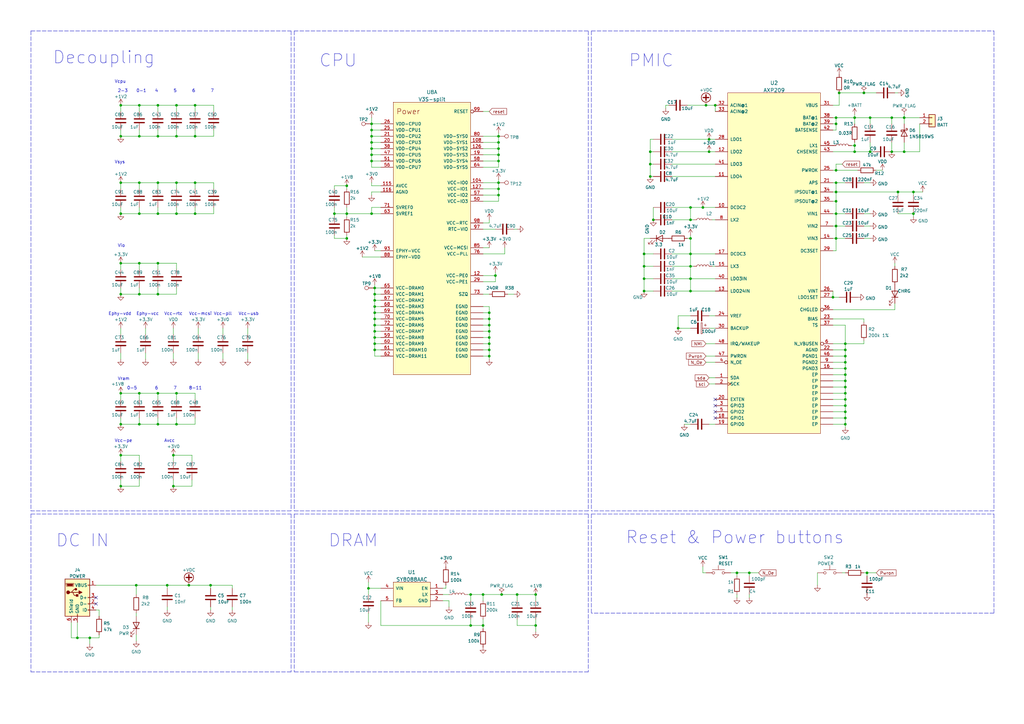
<source format=kicad_sch>
(kicad_sch (version 20211123) (generator eeschema)
  (paper "A3")
  (title_block (title "OzzyBoard") (date "2023-03-10") (rev "0.91"))
  (lib_symbols
    (symbol "Allwinner:AXP209" (pin_names (offset 1.016))
      (property "Reference" "U11" (at -5.08 52.3441 0))
      (property "Value" "AXP209" (at -5.08 49.3507 0))
      (symbol "AXP209_1_0"
        (pin open_collector line (at -29.21 -68.58 0) (length 5.08) (name "SDA") (number "1"))
        (pin power_out line (at -29.21 1.27 0) (length 5.08) (name "DCDC2") (number "10"))
        (pin power_out line (at -29.21 13.97 0) (length 5.08) (name "LDO4") (number "11"))
        (pin power_out line (at -29.21 24.13 0) (length 5.08) (name "LDO2") (number "12"))
        (pin power_in line (at -29.21 -33.02 0) (length 5.08) (name "LDO24IN") (number "13"))
        (pin power_in line (at 19.05 -11.43 180) (length 5.08) (name "VIN3") (number "14"))
        (pin passive line (at -29.21 -22.86 0) (length 5.08) (name "LX3") (number "15"))
        (pin passive line (at 19.05 -64.77 180) (length 5.08) (name "PGND3") (number "16"))
        (pin power_out line (at -29.21 -17.78 0) (length 5.08) (name "DCDC3") (number "17"))
        (pin bidirectional line (at -29.21 -85.09 0) (length 5.08) (name "GPIO1") (number "18"))
        (pin bidirectional line (at -29.21 -87.63 0) (length 5.08) (name "GPIO0") (number "19"))
        (pin input clock (at -29.21 -71.12 0) (length 5.08) (name "SCK") (number "2"))
        (pin output line (at -29.21 -77.47 0) (length 5.08) (name "EXTEN") (number "20"))
        (pin power_in line (at 19.05 11.43 180) (length 5.08) (name "APS") (number "21"))
        (pin passive line (at 19.05 -57.15 180) (length 5.08) (name "AGND") (number "22"))
        (pin passive line (at 19.05 -44.45 180) (length 5.08) (name "BIAS") (number "23"))
        (pin passive line (at -29.21 -43.18 0) (length 5.08) (name "VREF") (number "24"))
        (pin output line (at 19.05 16.51 180) (length 5.08) (name "PWROK") (number "25"))
        (pin power_out line (at 19.05 -33.02 180) (length 5.08) (name "VINT") (number "26"))
        (pin passive line (at 19.05 -35.56 180) (length 5.08) (name "LDO1SET") (number "27"))
        (pin power_out line (at -29.21 29.21 0) (length 5.08) (name "LDO1") (number "28"))
        (pin passive line (at 19.05 -16.51 180) (length 5.08) (name "DC3SET") (number "29"))
        (pin bidirectional line (at -29.21 -80.01 0) (length 5.08) (name "GPIO3") (number "3"))
        (pin passive line (at -29.21 -48.26 0) (length 5.08) (name "BACKUP") (number "30"))
        (pin power_in line (at 19.05 43.18 180) (length 5.08) (name "VBUS") (number "31"))
        (pin power_in line (at -29.21 43.18 0) (length 5.08) (name "ACIN@1") (number "32"))
        (pin power_in line (at -29.21 40.64 0) (length 5.08) (name "ACIN@2") (number "33"))
        (pin power_out line (at 19.05 7.62 180) (length 5.08) (name "IPSOUT@1") (number "34"))
        (pin power_in line (at 19.05 3.81 180) (length 5.08) (name "IPSOUT@2") (number "35"))
        (pin output inverted (at 19.05 -40.64 180) (length 5.08) (name "CHGLED") (number "36"))
        (pin passive line (at 19.05 -46.99 180) (length 5.08) (name "TS") (number "37"))
        (pin power_in line (at 19.05 38.1 180) (length 5.08) (name "BAT@1") (number "38"))
        (pin power_in line (at 19.05 35.56 180) (length 5.08) (name "BAT@2") (number "39"))
        (pin input inverted (at -29.21 -62.23 0) (length 5.08) (name "N_OE") (number "4"))
        (pin power_in line (at -29.21 -27.94 0) (length 5.08) (name "LDO3IN") (number "40"))
        (pin power_out line (at -29.21 19.05 0) (length 5.08) (name "LDO3") (number "41"))
        (pin passive line (at 19.05 33.02 180) (length 5.08) (name "BATSENSE") (number "42"))
        (pin passive line (at 19.05 24.13 180) (length 5.08) (name "CHSENSE") (number "43"))
        (pin power_in line (at 19.05 -1.27 180) (length 5.08) (name "VIN1") (number "44"))
        (pin passive line (at 19.05 26.67 180) (length 5.08) (name "LX1") (number "45"))
        (pin passive line (at 19.05 -59.69 180) (length 5.08) (name "PGND1") (number "46"))
        (pin input line (at -29.21 -59.69 0) (length 5.08) (name "PWRON") (number "47"))
        (pin open_collector line (at -29.21 -54.61 0) (length 5.08) (name "IRQ/WAKEUP") (number "48"))
        (pin bidirectional line (at -29.21 -82.55 0) (length 5.08) (name "GPIO2") (number "5"))
        (pin input inverted (at 19.05 -54.61 180) (length 5.08) (name "N_VBUSEN") (number "6"))
        (pin power_in line (at 19.05 -6.35 180) (length 5.08) (name "VIN2") (number "7"))
        (pin passive line (at -29.21 -3.81 0) (length 5.08) (name "LX2") (number "8"))
        (pin passive line (at 19.05 -62.23 180) (length 5.08) (name "PGND2") (number "9"))
        (pin passive line (at 19.05 -80.01 180) (length 5.08) (name "EP") (number "GND$1"))
        (pin passive line (at 19.05 -77.47 180) (length 5.08) (name "EP") (number "GND$2"))
        (pin passive line (at 19.05 -85.09 180) (length 5.08) (name "EP") (number "GND$3"))
        (pin passive line (at 19.05 -72.39 180) (length 5.08) (name "EP") (number "GND$4"))
        (pin passive line (at 19.05 -67.31 180) (length 5.08) (name "EP") (number "GND$5"))
        (pin passive line (at 19.05 -82.55 180) (length 5.08) (name "EP") (number "GND$6"))
        (pin passive line (at 19.05 -69.85 180) (length 5.08) (name "EP") (number "GND$7"))
        (pin passive line (at 19.05 -74.93 180) (length 5.08) (name "EP") (number "GND$8"))
        (pin passive line (at 19.05 -87.63 180) (length 5.08) (name "EP") (number "GND$9"))
      )
    )
    (symbol "Allwinner:SY8088AAC" (pin_names (offset 1.016))
      (property "Reference" "U8" (at -7.62 6.35 0))
      (property "Value" "SY8088AAC" (at -7.62 -7.62 0))
      (symbol "SY8088AAC_1_0"
        (pin input line (at 12.7 2.54 180) (length 5.08) (name "EN") (number "1"))
        (pin passive line (at 12.7 -2.54 180) (length 5.08) (name "GND") (number "2"))
        (pin passive line (at 12.7 0 180) (length 5.08) (name "LX") (number "3"))
        (pin power_in line (at -12.7 2.54 0) (length 5.08) (name "VIN") (number "4"))
        (pin passive line (at -12.7 -2.54 0) (length 5.08) (name "FB") (number "5"))
      )
    )
    (symbol "Allwinner:V3S-split" (pin_names (offset 1.016))
      (property "Reference" "U1" (at 12.7 67.31 0))
      (property "Value" "V3S-split" (at -12.7 67.31 0))
      (symbol "V3S-split_1_0"
        (text "Power" (at -16.51 60.96 0) (effects (font (size 2.159 2.159)) (justify left bottom)))
        (pin power_in line (at 19.05 33.02 180) (length 5.08) (name "VCC-IO0") (number "104"))
        (pin power_in line (at 19.05 49.53 180) (length 5.08) (name "VDD-SYS1") (number "108"))
        (pin passive line (at -22.86 31.75 0) (length 5.08) (name "AVCC") (number "115"))
        (pin passive line (at -22.86 29.21 0) (length 5.08) (name "AGND") (number "116"))
        (pin power_in line (at 19.05 -5.08 180) (length 5.08) (name "VCC-PE0") (number "12"))
        (pin power_in line (at 19.05 46.99 180) (length 5.08) (name "VDD-SYS2") (number "126"))
        (pin power_in line (at 19.05 30.48 180) (length 5.08) (name "VCC-IO1") (number "127"))
        (pin power_in line (at 19.05 44.45 180) (length 5.08) (name "VDD-SYS3") (number "19"))
        (pin power_in line (at -22.86 49.53 0) (length 5.08) (name "VDD-CPU3") (number "20"))
        (pin power_in line (at -22.86 52.07 0) (length 5.08) (name "VDD-CPU2") (number "21"))
        (pin power_in line (at -22.86 54.61 0) (length 5.08) (name "VDD-CPU1") (number "25"))
        (pin power_in line (at -22.86 57.15 0) (length 5.08) (name "VDD-CPU0") (number "26"))
        (pin power_in line (at 19.05 -7.62 180) (length 5.08) (name "VCC-PE1") (number "29"))
        (pin power_in line (at -22.86 46.99 0) (length 5.08) (name "VDD-CPU4") (number "38"))
        (pin power_in line (at -22.86 44.45 0) (length 5.08) (name "VDD-CPU5") (number "47"))
        (pin power_in line (at 19.05 25.4 180) (length 5.08) (name "VCC-IO3") (number "50"))
        (pin power_in line (at -22.86 41.91 0) (length 5.08) (name "VDD-CPU6") (number "51"))
        (pin power_in line (at -22.86 39.37 0) (length 5.08) (name "VDD-CPU7") (number "56"))
        (pin power_in line (at 19.05 27.94 180) (length 5.08) (name "VCC-IO2") (number "57"))
        (pin power_in line (at 19.05 41.91 180) (length 5.08) (name "VDD-SYS4") (number "58"))
        (pin power_in line (at -22.86 -30.48 0) (length 5.08) (name "VCC-DRAM8") (number "59"))
        (pin power_in line (at -22.86 -33.02 0) (length 5.08) (name "VCC-DRAM9") (number "60"))
        (pin power_in line (at -22.86 -35.56 0) (length 5.08) (name "VCC-DRAM10") (number "61"))
        (pin power_in line (at -22.86 -38.1 0) (length 5.08) (name "VCC-DRAM11") (number "62"))
        (pin passive line (at -22.86 20.32 0) (length 5.08) (name "SVREF1") (number "63"))
        (pin power_in line (at 19.05 39.37 180) (length 5.08) (name "VDD-SYS5") (number "64"))
        (pin power_in line (at -22.86 -10.16 0) (length 5.08) (name "VCC-DRAM0") (number "65"))
        (pin power_in line (at -22.86 -12.7 0) (length 5.08) (name "VCC-DRAM1") (number "66"))
        (pin power_in line (at -22.86 -15.24 0) (length 5.08) (name "VCC-DRAM2") (number "67"))
        (pin power_in line (at -22.86 -17.78 0) (length 5.08) (name "VCC-DRAM3") (number "68"))
        (pin power_in line (at -22.86 -20.32 0) (length 5.08) (name "VCC-DRAM4") (number "69"))
        (pin power_in line (at -22.86 -22.86 0) (length 5.08) (name "VCC-DRAM5") (number "70"))
        (pin passive line (at -22.86 22.86 0) (length 5.08) (name "SVREF0") (number "71"))
        (pin power_in line (at -22.86 -25.4 0) (length 5.08) (name "VCC-DRAM6") (number "72"))
        (pin passive line (at 19.05 -12.7 180) (length 5.08) (name "SZQ") (number "73"))
        (pin power_in line (at 19.05 3.81 180) (length 5.08) (name "VCC-PLL") (number "76"))
        (pin power_in line (at -22.86 -27.94 0) (length 5.08) (name "VCC-DRAM7") (number "79"))
        (pin power_in line (at 19.05 52.07 180) (length 5.08) (name "VDD-SYS0") (number "80"))
        (pin input line (at 19.05 6.35 180) (length 5.08) (name "VCC-MCSI") (number "85"))
        (pin passive line (at -22.86 2.54 0) (length 5.08) (name "EPHY-VDD") (number "88"))
        (pin passive line (at -22.86 5.08 0) (length 5.08) (name "EPHY-VCC") (number "93"))
        (pin passive line (at 19.05 13.97 180) (length 5.08) (name "RTC-VIO") (number "97"))
        (pin power_in line (at 19.05 16.51 180) (length 5.08) (name "VCC-RTC") (number "98"))
        (pin input inverted (at 19.05 62.23 180) (length 5.08) (name "RESET") (number "99"))
        (pin passive line (at 19.05 -38.1 180) (length 5.08) (name "EGND") (number "GND$1"))
        (pin passive line (at 19.05 -35.56 180) (length 5.08) (name "EGND") (number "GND$2"))
        (pin passive line (at 19.05 -33.02 180) (length 5.08) (name "EGND") (number "GND$3"))
        (pin passive line (at 19.05 -30.48 180) (length 5.08) (name "EGND") (number "GND$4"))
        (pin passive line (at 19.05 -27.94 180) (length 5.08) (name "EGND") (number "GND$5"))
        (pin passive line (at 19.05 -25.4 180) (length 5.08) (name "EGND") (number "GND$6"))
        (pin passive line (at 19.05 -22.86 180) (length 5.08) (name "EGND") (number "GND$7"))
        (pin passive line (at 19.05 -20.32 180) (length 5.08) (name "EGND") (number "GND$8"))
        (pin passive line (at 19.05 -17.78 180) (length 5.08) (name "EGND") (number "GND$9"))
      )
      (symbol "V3S-split_2_0"
        (text "SDC0/UART0" (at -16.51 55.88 0) (effects (font (size 2.159 2.159)) (justify left bottom)))
        (pin bidirectional line (at 19.05 31.75 180) (length 5.08) (name "PF6") (number "100"))
        (pin bidirectional line (at 19.05 46.99 180) (length 5.08) (name "PF5/SDC0_D2/JTAG_CK1") (number "101"))
        (pin bidirectional line (at 19.05 44.45 180) (length 5.08) (name "PF4/SDC0_D3/UART0_RX") (number "102"))
        (pin bidirectional line (at 19.05 39.37 180) (length 5.08) (name "PF3/SDC0_CMD/JTAG_DO1") (number "103"))
        (pin bidirectional line (at 19.05 36.83 180) (length 5.08) (name "PF2/SDC0_CLK/UART0_TX") (number "105"))
        (pin bidirectional line (at 19.05 52.07 180) (length 5.08) (name "PF1/SDC0_D0/JTAG_DI1") (number "106"))
        (pin bidirectional line (at 19.05 49.53 180) (length 5.08) (name "PF0/SDC0_D1/JTAG_MS1") (number "107"))
      )
      (symbol "V3S-split_3_0"
        (text "PG/SDC1" (at -10.16 58.42 0) (effects (font (size 2.159 2.159)) (justify left bottom)))
        (pin bidirectional line (at 19.05 44.45 180) (length 5.08) (name "PG4/SDC1_D2/PG_EINT4") (number "1"))
        (pin bidirectional line (at 19.05 41.91 180) (length 5.08) (name "PG5/SDC1_D3/PG_EINT5") (number "128"))
        (pin bidirectional line (at 19.05 46.99 180) (length 5.08) (name "PG3/SDC1_D1/PG_EINT3") (number "2"))
        (pin bidirectional line (at 19.05 49.53 180) (length 5.08) (name "PG2/SDC1_D0/PG_EINT2") (number "3"))
        (pin bidirectional line (at 19.05 52.07 180) (length 5.08) (name "PG1/SDC1_CMD/PG_EINT1") (number "4"))
        (pin bidirectional line (at 19.05 54.61 180) (length 5.08) (name "PG0/SDC1_CLK/PG_EINT0") (number "5"))
      )
      (symbol "V3S-split_4_0"
        (text "CODEC" (at -15.24 58.42 0) (effects (font (size 2.159 2.159)) (justify left bottom)))
        (pin passive line (at 20.32 31.75 180) (length 5.08) (name "LRADC0") (number "112"))
        (pin passive line (at 20.32 34.29 180) (length 5.08) (name "MICIN1P") (number "113"))
        (pin passive line (at 20.32 36.83 180) (length 5.08) (name "MICIN1N") (number "114"))
        (pin power_out line (at 20.32 39.37 180) (length 5.08) (name "VRA1") (number "117"))
        (pin power_out line (at 20.32 41.91 180) (length 5.08) (name "VRA2") (number "118"))
        (pin passive line (at 20.32 44.45 180) (length 5.08) (name "HBIAS") (number "119"))
        (pin passive line (at 20.32 46.99 180) (length 5.08) (name "HPOUTR") (number "120"))
        (pin passive line (at 20.32 49.53 180) (length 5.08) (name "HPOUTL") (number "121"))
        (pin power_in line (at 20.32 52.07 180) (length 5.08) (name "HPVCCIN") (number "122"))
        (pin power_out line (at 20.32 54.61 180) (length 5.08) (name "HPVCCBP") (number "123"))
        (pin passive line (at 20.32 57.15 180) (length 5.08) (name "HPCOMFB") (number "124"))
        (pin passive line (at 20.32 59.69 180) (length 5.08) (name "HPCOM") (number "125"))
      )
      (symbol "V3S-split_5_0"
        (text "LCD/CSI" (at -19.05 58.42 0) (effects (font (size 2.159 2.159)) (justify left bottom)))
        (pin bidirectional line (at 21.59 -13.97 180) (length 5.08) (name "PE20/CSI_FIELD/CSI_MIPI_MCLK") (number "10"))
        (pin bidirectional line (at 21.59 50.8 180) (length 5.08) (name "PE19/CSI_D15/LCD_D21") (number "11"))
        (pin bidirectional line (at 21.59 48.26 180) (length 5.08) (name "PE18/CSI_D14/LCD_D20") (number "13"))
        (pin bidirectional line (at 21.59 45.72 180) (length 5.08) (name "PE17/CSI_D13/LCD_D19") (number "14"))
        (pin bidirectional line (at 21.59 43.18 180) (length 5.08) (name "PE16/CSI_D12/LCD_D18") (number "15"))
        (pin bidirectional line (at 21.59 38.1 180) (length 5.08) (name "PE15/CSI_D11/LCD_D15") (number "16"))
        (pin bidirectional line (at 21.59 35.56 180) (length 5.08) (name "PE14/CSI_D10/LCD_D14") (number "17"))
        (pin bidirectional line (at 21.59 33.02 180) (length 5.08) (name "PE13/CSI_D9/LCD_D13") (number "18"))
        (pin bidirectional line (at 21.59 30.48 180) (length 5.08) (name "PE12/CSI_D8/LCD_D12") (number "22"))
        (pin bidirectional line (at 21.59 27.94 180) (length 5.08) (name "PE11/CSI_D7/LCD_D11") (number "23"))
        (pin bidirectional line (at 21.59 25.4 180) (length 5.08) (name "PE10/CSI_D6/LCD_D10") (number "24"))
        (pin bidirectional line (at 21.59 20.32 180) (length 5.08) (name "PE9/CSI_D5/LCD_D7") (number "27"))
        (pin bidirectional line (at 21.59 17.78 180) (length 5.08) (name "PE8/CSI_D4/LCD_D6") (number "28"))
        (pin bidirectional line (at 21.59 15.24 180) (length 5.08) (name "PE7/CSI_D3/LCD_D5") (number "30"))
        (pin bidirectional line (at 21.59 12.7 180) (length 5.08) (name "PE6/CSI_D2/LCD_D4") (number "31"))
        (pin bidirectional line (at 21.59 10.16 180) (length 5.08) (name "PE5/CSI_D1/LCD_D3") (number "32"))
        (pin passive line (at 21.59 7.62 180) (length 5.08) (name "PE4/CSI_D0/LCD_D2") (number "33"))
        (pin bidirectional line (at 21.59 -2.54 180) (length 5.08) (name "PE3/CSI_VSYNC/LCD_VSYNC") (number "34"))
        (pin bidirectional line (at 21.59 0 180) (length 5.08) (name "PE2/CSI_HSYNC/LCD_HSYNC") (number "35"))
        (pin bidirectional line (at 21.59 -5.08 180) (length 5.08) (name "PE1/CSI_MCLK/LCD_DE") (number "36"))
        (pin bidirectional line (at 21.59 2.54 180) (length 5.08) (name "PE0/CSI_PCLK-/LCD_CLK") (number "37"))
        (pin bidirectional line (at 21.59 55.88 180) (length 5.08) (name "PE24/LCD_D23") (number "6"))
        (pin bidirectional line (at 21.59 53.34 180) (length 5.08) (name "PE23/LCD_D22") (number "7"))
        (pin bidirectional line (at 21.59 -19.05 180) (length 5.08) (name "PE22/CSI_SDA/TWI1_SDA/UART1_RX") (number "8"))
        (pin bidirectional line (at 21.59 -16.51 180) (length 5.08) (name "PE21/CSI_SCK/TWI1_SCK/UART1_TX") (number "9"))
      )
      (symbol "V3S-split_6_0"
        (text "USB" (at -16.51 58.42 0) (effects (font (size 2.159 2.159)) (justify left bottom)))
        (pin power_in line (at 19.05 53.34 180) (length 5.08) (name "VCC-USB") (number "109"))
        (pin passive line (at 19.05 55.88 180) (length 5.08) (name "USB-DM") (number "110"))
        (pin passive line (at 19.05 58.42 180) (length 5.08) (name "USB-DP") (number "111"))
      )
      (symbol "V3S-split_7_0"
        (text "RTC" (at -16.51 58.42 0) (effects (font (size 2.159 2.159)) (justify left bottom)))
        (pin passive line (at 19.05 57.15 180) (length 5.08) (name "X32KOUT") (number "95"))
        (pin passive line (at 19.05 59.69 180) (length 5.08) (name "X32KIN") (number "96"))
      )
      (symbol "V3S-split_8_0"
        (text "MIPI" (at -16.51 58.42 0) (effects (font (size 2.159 2.159)) (justify left bottom)))
        (pin input line (at 19.05 45.72 180) (length 5.08) (name "MCSI-D0P") (number "81"))
        (pin input line (at 19.05 48.26 180) (length 5.08) (name "MCSI-D0N") (number "82"))
        (pin input line (at 19.05 50.8 180) (length 5.08) (name "MCSI-D1P") (number "83"))
        (pin input line (at 19.05 53.34 180) (length 5.08) (name "MCSI-D1N") (number "84"))
        (pin output line (at 19.05 57.15 180) (length 5.08) (name "MCSI-CKP") (number "86"))
        (pin output line (at 19.05 59.69 180) (length 5.08) (name "MCSI-CKN") (number "87"))
      )
      (symbol "V3S-split_9_0"
        (text "SPI" (at -15.24 58.42 0) (effects (font (size 2.159 2.159)) (justify left bottom)))
        (pin bidirectional line (at 19.05 48.26 180) (length 5.08) (name "PC0/SDC2_CLK/SPI_MISO") (number "52"))
        (pin bidirectional line (at 19.05 50.8 180) (length 5.08) (name "PC1/SDC2_CMD/SPI_CLK") (number "53"))
        (pin bidirectional line (at 19.05 53.34 180) (length 5.08) (name "PC2/SDC2_RST/SPI_CS") (number "54"))
        (pin bidirectional line (at 19.05 55.88 180) (length 5.08) (name "PC3/SDC2_D0/SPI_MOSI") (number "55"))
      )
      (symbol "V3S-split_10_0"
        (text "SYSCLK" (at -16.51 59.69 0) (effects (font (size 2.159 2.159)) (justify left bottom)))
        (pin passive line (at 19.05 55.88 180) (length 5.08) (name "X24MOUT") (number "74"))
        (pin passive line (at 19.05 58.42 180) (length 5.08) (name "X24MIN") (number "75"))
      )
      (symbol "V3S-split_11_0"
        (text "PWM0/1" (at -21.59 39.37 0) (effects (font (size 2.159 2.159)) (justify left bottom)))
        (text "TWI0/1" (at -21.59 27.94 0) (effects (font (size 2.159 2.159)) (justify left bottom)))
        (text "UART2" (at -21.59 57.15 0) (effects (font (size 2.159 2.159)) (justify left bottom)))
        (pin bidirectional line (at 20.32 46.99 180) (length 5.08) (name "PB0/UART2_TX/PB_EINT0") (number "39"))
        (pin bidirectional line (at 20.32 49.53 180) (length 5.08) (name "PB1/UART2_RX/PB_EINT1") (number "40"))
        (pin bidirectional line (at 20.32 52.07 180) (length 5.08) (name "PB2/UART2_RTS/PB_EINT2") (number "41"))
        (pin bidirectional line (at 20.32 54.61 180) (length 5.08) (name "PB3/UART2_CTS/PB_EINT3") (number "42"))
        (pin bidirectional line (at 20.32 34.29 180) (length 5.08) (name "PB4/PWM0/PB_EINT4") (number "43"))
        (pin bidirectional line (at 20.32 36.83 180) (length 5.08) (name "PB5/PWM1/PB_EINT5") (number "44"))
        (pin bidirectional line (at 20.32 15.24 180) (length 5.08) (name "PB6/TWI0_SCK/PB_EINT6") (number "45"))
        (pin bidirectional line (at 20.32 17.78 180) (length 5.08) (name "PB7/TWI0_SDA/PB_EINT7") (number "46"))
        (pin bidirectional line (at 20.32 22.86 180) (length 5.08) (name "PB8/TWI1_SCK/UART0_TX/PB_EINT8") (number "48"))
        (pin bidirectional line (at 20.32 25.4 180) (length 5.08) (name "PB9/TWI1_SDA/UART0_RX/PB_EINT9") (number "49"))
      )
      (symbol "V3S-split_12_0"
        (text "EPHY" (at -15.24 59.69 0) (effects (font (size 2.159 2.159)) (justify left bottom)))
        (pin passive line (at 19.05 40.64 180) (length 5.08) (name "EPHY-LINK-LED") (number "77"))
        (pin passive line (at 19.05 43.18 180) (length 5.08) (name "EPHY-SPD-LED") (number "78"))
        (pin passive line (at 19.05 48.26 180) (length 5.08) (name "EPHY-RXN") (number "89"))
        (pin passive line (at 19.05 50.8 180) (length 5.08) (name "EPHY-RXP") (number "90"))
        (pin passive line (at 19.05 53.34 180) (length 5.08) (name "EPHY-TXN") (number "91"))
        (pin passive line (at 19.05 55.88 180) (length 5.08) (name "EPHY-TXP") (number "92"))
        (pin passive line (at 19.05 58.42 180) (length 5.08) (name "EPHY-RTX") (number "94"))
      )
    )
    (symbol "Connector:TestPoint" (pin_numbers hide) (pin_names (offset 0.762) hide)
      (property "Reference" "TP" (at 0 6.858 0))
      (property "Value" "TestPoint" (at 0 5.08 0))
      (symbol "TestPoint_1_1"
        (pin passive line (at 0 0 90) (length 2.54) (name "1") (number "1"))
      )
    )
    (symbol "Connector:USB_B_Micro" (pin_names (offset 1.016))
      (property "Reference" "J1" (at 0 11.3198 0))
      (property "Value" "USB_POWER" (at 0 8.7829 0))
      (symbol "USB_B_Micro_1_1"
        (pin power_out line (at 7.62 5.08 180) (length 2.54) (name "VBUS") (number "1"))
        (pin bidirectional line (at 7.62 -2.54 180) (length 2.54) (name "D-") (number "2"))
        (pin bidirectional line (at 7.62 0 180) (length 2.54) (name "D+") (number "3"))
        (pin passive line (at 7.62 -5.08 180) (length 2.54) (name "ID") (number "4"))
        (pin passive line (at 0 -10.16 90) (length 2.54) (name "GND") (number "5"))
        (pin passive line (at -2.54 -10.16 90) (length 2.54) (name "Shield") (number "6"))
      )
    )
    (symbol "Connector_Generic:Conn_01x02" (pin_names (offset 1.016) hide)
      (property "Reference" "J" (at 0 2.54 0))
      (property "Value" "Conn_01x02" (at 0 -5.08 0))
      (symbol "Conn_01x02_1_1"
        (pin passive line (at -5.08 0 0) (length 3.81) (name "Pin_1") (number "1"))
        (pin passive line (at -5.08 -2.54 0) (length 3.81) (name "Pin_2") (number "2"))
      )
    )
    (symbol "Device:C" (pin_numbers hide) (pin_names (offset 0.254))
      (property "Reference" "C" (at 0.635 2.54 0))
      (property "Value" "C" (at 0.635 -2.54 0))
      (symbol "C_1_1"
        (pin passive line (at 0 3.81 270) (length 2.794) (name "~") (number "1"))
        (pin passive line (at 0 -3.81 90) (length 2.794) (name "~") (number "2"))
      )
    )
    (symbol "Device:C_Polarized" (pin_numbers hide) (pin_names (offset 0.254))
      (property "Reference" "C" (at 0.635 2.54 0))
      (property "Value" "C_Polarized" (at 0.635 -2.54 0))
      (symbol "C_Polarized_1_1"
        (pin passive line (at 0 3.81 270) (length 2.794) (name "~") (number "1"))
        (pin passive line (at 0 -3.81 90) (length 2.794) (name "~") (number "2"))
      )
    )
    (symbol "Device:D_Schottky" (pin_numbers hide) (pin_names (offset 1.016) hide)
      (property "Reference" "D" (at 0 2.54 0))
      (property "Value" "D_Schottky" (at 0 -2.54 0))
      (symbol "D_Schottky_1_1"
        (pin passive line (at -3.81 0 0) (length 2.54) (name "K") (number "1"))
        (pin passive line (at 3.81 0 180) (length 2.54) (name "A") (number "2"))
      )
    )
    (symbol "Device:L" (pin_numbers hide) (pin_names (offset 1.016) hide)
      (property "Reference" "L" (at -1.27 0 90))
      (property "Value" "L" (at 1.905 0 90))
      (symbol "L_1_1"
        (pin passive line (at 0 3.81 270) (length 1.27) (name "1") (number "1"))
        (pin passive line (at 0 -3.81 90) (length 1.27) (name "2") (number "2"))
      )
    )
    (symbol "Device:LED" (pin_numbers hide) (pin_names (offset 1.016) hide)
      (property "Reference" "D" (at 0 2.54 0))
      (property "Value" "LED" (at 0 -2.54 0))
      (symbol "LED_1_1"
        (pin passive line (at -3.81 0 0) (length 2.54) (name "K") (number "1"))
        (pin passive line (at 3.81 0 180) (length 2.54) (name "A") (number "2"))
      )
    )
    (symbol "Device:R" (pin_numbers hide) (pin_names (offset 0))
      (property "Reference" "R" (at 2.032 0 90))
      (property "Value" "R" (at 0 0 90))
      (symbol "R_1_1"
        (pin passive line (at 0 3.81 270) (length 1.27) (name "~") (number "1"))
        (pin passive line (at 0 -3.81 90) (length 1.27) (name "~") (number "2"))
      )
    )
    (symbol "Switch:SW_Push" (pin_numbers hide) (pin_names (offset 1.016) hide)
      (property "Reference" "SW" (at 1.27 2.54 0))
      (property "Value" "SW_Push" (at 0 -1.524 0))
      (symbol "SW_Push_0_1"
        (pin passive line (at -5.08 0 0) (length 2.54) (name "1") (number "1"))
        (pin passive line (at 5.08 0 180) (length 2.54) (name "2") (number "2"))
      )
    )
    (symbol "power:+1V2" (power) (pin_names (offset 0))
      (property "Value" "+1V2" (at 0 3.556 0))
      (symbol "+1V2_1_1"
        (pin power_in line (at 0 0 90) (length 0) hide (name "+1V2") (number "1"))
      )
    )
    (symbol "power:+1V8" (power) (pin_names (offset 0))
      (property "Value" "+1V8" (at 0 3.556 0))
      (symbol "+1V8_1_1"
        (pin power_in line (at 0 0 90) (length 0) hide (name "+1V8") (number "1"))
      )
    )
    (symbol "power:+3.3V" (power) (pin_names (offset 0))
      (property "Value" "+3.3V" (at 0 3.556 0))
      (symbol "+3.3V_1_1"
        (pin power_in line (at 0 0 90) (length 0) hide (name "+3.3V") (number "1"))
      )
    )
    (symbol "power:+3V0" (power) (pin_names (offset 0))
      (property "Value" "+3V0" (at 0 3.556 0))
      (symbol "+3V0_1_1"
        (pin power_in line (at 0 0 90) (length 0) hide (name "+3V0") (number "1"))
      )
    )
    (symbol "power:+BATT" (power) (pin_names (offset 0))
      (property "Value" "+BATT" (at 0 3.556 0))
      (symbol "+BATT_1_1"
        (pin power_in line (at 0 0 90) (length 0) hide (name "+BATT") (number "1"))
      )
    )
    (symbol "power:+VDC" (power) (pin_names (offset 0))
      (property "Value" "+VDC" (at 0 6.35 0))
      (symbol "+VDC_1_1"
        (pin power_in line (at 0 0 90) (length 0) hide (name "+VDC") (number "1"))
      )
    )
    (symbol "power:GND" (power) (pin_names (offset 0))
      (property "Value" "GND" (at 0 -3.81 0))
      (symbol "GND_1_1"
        (pin power_in line (at 0 0 270) (length 0) hide (name "GND") (number "1"))
      )
    )
    (symbol "power:PWR_FLAG" (power) (pin_numbers hide) (pin_names (offset 0) hide)
      (property "Value" "PWR_FLAG" (at 0 3.81 0))
      (symbol "PWR_FLAG_0_0"
        (pin power_out line (at 0 0 90) (length 0) (name "pwr") (number "1"))
      )
    )
    (symbol "power:VCC" (power) (pin_names (offset 0))
      (property "Value" "VCC" (at 0 3.81 0))
      (symbol "VCC_1_1"
        (pin power_in line (at 0 0 90) (length 0) hide (name "VCC") (number "1"))
      )
    )
    (symbol "power:VDD" (power) (pin_names (offset 0))
      (property "Value" "VDD" (at 0 3.81 0))
      (symbol "VDD_1_1"
        (pin power_in line (at 0 0 90) (length 0) hide (name "VDD") (number "1"))
      )
    )
  )
  (junction (at 153.67 138.43))
  (junction (at 152.4 50.8))
  (junction (at 212.09 243.84))
  (junction (at 57.15 120.65))
  (junction (at 193.04 256.54))
  (junction (at 200.66 143.51))
  (junction (at 365.76 62.23))
  (junction (at 346.71 168.91))
  (junction (at 346.71 166.37))
  (junction (at 153.67 143.51))
  (junction (at 264.16 104.14))
  (junction (at 72.39 74.93))
  (junction (at 153.67 135.89))
  (junction (at 204.47 66.04))
  (junction (at 200.66 135.89))
  (junction (at 57.15 74.93))
  (junction (at 346.71 140.97))
  (junction (at 72.39 173.99))
  (junction (at 342.9 48.26))
  (junction (at 49.53 107.95))
  (junction (at 80.01 74.93))
  (junction (at 142.24 76.2))
  (junction (at 49.53 186.69))
  (junction (at 283.21 114.3))
  (junction (at 219.71 256.54))
  (junction (at 342.9 87.63))
  (junction (at 283.21 109.22))
  (junction (at 64.77 161.29))
  (junction (at 57.15 43.18))
  (junction (at 200.66 138.43))
  (junction (at 350.52 48.26))
  (junction (at 267.97 90.17))
  (junction (at 370.84 48.26))
  (junction (at 355.6 234.95))
  (junction (at 204.47 55.88))
  (junction (at 64.77 43.18))
  (junction (at 204.47 74.93))
  (junction (at 346.71 163.83))
  (junction (at 356.87 62.23))
  (junction (at 49.53 43.18))
  (junction (at 368.3 78.74))
  (junction (at 86.36 240.03))
  (junction (at 264.16 119.38))
  (junction (at 49.53 74.93))
  (junction (at 346.71 148.59))
  (junction (at 346.71 161.29))
  (junction (at 49.53 161.29))
  (junction (at 264.16 114.3))
  (junction (at 64.77 74.93))
  (junction (at 152.4 87.63))
  (junction (at 350.52 59.69))
  (junction (at 354.33 38.1))
  (junction (at 204.47 58.42))
  (junction (at 31.75 261.62))
  (junction (at 153.67 118.11))
  (junction (at 49.53 199.39))
  (junction (at 198.12 256.54))
  (junction (at 153.67 140.97))
  (junction (at 283.21 104.14))
  (junction (at 346.71 143.51))
  (junction (at 64.77 120.65))
  (junction (at 290.83 62.23))
  (junction (at 152.4 58.42))
  (junction (at 293.37 43.18))
  (junction (at 289.56 43.18))
  (junction (at 205.74 243.84))
  (junction (at 350.52 62.23))
  (junction (at 346.71 151.13))
  (junction (at 290.83 57.15))
  (junction (at 283.21 85.09))
  (junction (at 346.71 153.67))
  (junction (at 346.71 171.45))
  (junction (at 200.66 128.27))
  (junction (at 341.63 121.92))
  (junction (at 342.9 74.93))
  (junction (at 153.67 130.81))
  (junction (at 49.53 55.88))
  (junction (at 142.24 97.79))
  (junction (at 77.47 240.03))
  (junction (at 203.2 113.03))
  (junction (at 49.53 120.65))
  (junction (at 193.04 243.84))
  (junction (at 152.4 53.34))
  (junction (at 307.34 234.95))
  (junction (at 153.67 120.65))
  (junction (at 342.9 82.55))
  (junction (at 342.9 97.79))
  (junction (at 346.71 156.21))
  (junction (at 80.01 43.18))
  (junction (at 57.15 161.29))
  (junction (at 71.12 186.69))
  (junction (at 219.71 243.84))
  (junction (at 72.39 87.63))
  (junction (at 64.77 173.99))
  (junction (at 342.9 69.85))
  (junction (at 64.77 107.95))
  (junction (at 200.66 130.81))
  (junction (at 342.9 92.71))
  (junction (at 64.77 55.88))
  (junction (at 80.01 55.88))
  (junction (at 36.83 261.62))
  (junction (at 152.4 60.96))
  (junction (at 370.84 62.23))
  (junction (at 153.67 123.19))
  (junction (at 80.01 87.63))
  (junction (at 71.12 199.39))
  (junction (at 151.13 241.3))
  (junction (at 152.4 55.88))
  (junction (at 204.47 80.01))
  (junction (at 153.67 133.35))
  (junction (at 142.24 87.63))
  (junction (at 346.71 158.75))
  (junction (at 49.53 87.63))
  (junction (at 283.21 90.17))
  (junction (at 204.47 63.5))
  (junction (at 204.47 60.96))
  (junction (at 49.53 173.99))
  (junction (at 55.88 240.03))
  (junction (at 264.16 109.22))
  (junction (at 57.15 87.63))
  (junction (at 57.15 173.99))
  (junction (at 342.9 50.8))
  (junction (at 198.12 243.84))
  (junction (at 72.39 43.18))
  (junction (at 302.26 234.95))
  (junction (at 266.7 62.23))
  (junction (at 200.66 146.05))
  (junction (at 283.21 119.38))
  (junction (at 356.87 48.26))
  (junction (at 152.4 63.5))
  (junction (at 346.71 173.99))
  (junction (at 344.17 38.1))
  (junction (at 342.9 78.74))
  (junction (at 374.65 87.63))
  (junction (at 283.21 97.79))
  (junction (at 266.7 72.39))
  (junction (at 346.71 146.05))
  (junction (at 288.29 85.09))
  (junction (at 200.66 133.35))
  (junction (at 68.58 240.03))
  (junction (at 153.67 128.27))
  (junction (at 152.4 66.04))
  (junction (at 72.39 55.88))
  (junction (at 266.7 67.31))
  (junction (at 204.47 77.47))
  (junction (at 72.39 161.29))
  (junction (at 137.16 87.63))
  (junction (at 278.13 134.62))
  (junction (at 57.15 55.88))
  (junction (at 365.76 48.26))
  (junction (at 200.66 140.97))
  (junction (at 153.67 125.73))
  (junction (at 57.15 107.95))
  (junction (at 64.77 87.63))
  (junction (at 374.65 78.74))
  (no_connect (at 293.37 168.91))
  (no_connect (at 293.37 163.83))
  (no_connect (at 293.37 166.37))
  (no_connect (at 39.37 247.65))
  (no_connect (at 39.37 245.11))
  (no_connect (at 293.37 171.45))
  (wire (pts (xy 55.88 240.03) (xy 68.58 240.03)))
  (wire (pts (xy 341.63 121.92) (xy 344.17 121.92)))
  (wire (pts (xy 64.77 120.65) (xy 72.39 120.65)))
  (wire (pts (xy 341.63 133.35) (xy 346.71 133.35)))
  (wire (pts (xy 153.67 102.87) (xy 156.21 102.87)))
  (wire (pts (xy 219.71 259.08) (xy 219.71 256.54)))
  (wire (pts (xy 142.24 77.47) (xy 142.24 76.2)))
  (wire (pts (xy 198.12 80.01) (xy 204.47 80.01)))
  (wire (pts (xy 293.37 119.38) (xy 283.21 119.38)))
  (wire (pts (xy 152.4 85.09) (xy 152.4 87.63)))
  (wire (pts (xy 156.21 256.54) (xy 193.04 256.54)))
  (wire (pts (xy 57.15 120.65) (xy 57.15 118.11)))
  (wire (pts (xy 80.01 43.18) (xy 72.39 43.18)))
  (wire (pts (xy 198.12 115.57) (xy 203.2 115.57)))
  (wire (pts (xy 219.71 254) (xy 219.71 256.54)))
  (wire (pts (xy 275.59 57.15) (xy 290.83 57.15)))
  (wire (pts (xy 368.3 87.63) (xy 374.65 87.63)))
  (wire (pts (xy 354.33 234.95) (xy 355.6 234.95)))
  (wire (pts (xy 87.63 85.09) (xy 87.63 87.63)))
  (wire (pts (xy 198.12 128.27) (xy 200.66 128.27)))
  (wire (pts (xy 31.75 255.27) (xy 31.75 261.62)))
  (wire (pts (xy 370.84 48.26) (xy 377.19 48.26)))
  (wire (pts (xy 156.21 63.5) (xy 152.4 63.5)))
  (wire (pts (xy 198.12 82.55) (xy 204.47 82.55)))
  (wire (pts (xy 152.4 55.88) (xy 152.4 53.34)))
  (wire (pts (xy 198.12 130.81) (xy 200.66 130.81)))
  (wire (pts (xy 198.12 120.65) (xy 200.66 120.65)))
  (wire (pts (xy 204.47 60.96) (xy 204.47 58.42)))
  (wire (pts (xy 302.26 234.95) (xy 302.26 236.22)))
  (wire (pts (xy 156.21 76.2) (xy 152.4 76.2)))
  (wire (pts (xy 151.13 241.3) (xy 151.13 243.84)))
  (wire (pts (xy 204.47 66.04) (xy 204.47 63.5)))
  (wire (pts (xy 72.39 87.63) (xy 72.39 85.09)))
  (wire (pts (xy 87.63 53.34) (xy 87.63 55.88)))
  (wire (pts (xy 40.64 260.35) (xy 40.64 261.62)))
  (wire (pts (xy 64.77 173.99) (xy 72.39 173.99)))
  (wire (pts (xy 346.71 158.75) (xy 346.71 156.21)))
  (wire (pts (xy 355.6 236.22) (xy 355.6 234.95)))
  (wire (pts (xy 342.9 97.79) (xy 346.71 97.79)))
  (wire (pts (xy 267.97 114.3) (xy 264.16 114.3)))
  (wire (pts (xy 264.16 119.38) (xy 264.16 114.3)))
  (wire (pts (xy 293.37 85.09) (xy 288.29 85.09)))
  (wire (pts (xy 204.47 58.42) (xy 204.47 55.88)))
  (wire (pts (xy 275.59 104.14) (xy 283.21 104.14)))
  (wire (pts (xy 40.64 250.19) (xy 40.64 252.73)))
  (wire (pts (xy 349.25 59.69) (xy 350.52 59.69)))
  (wire (pts (xy 356.87 58.42) (xy 356.87 62.23)))
  (wire (pts (xy 156.21 123.19) (xy 153.67 123.19)))
  (wire (pts (xy 72.39 171.45) (xy 72.39 173.99)))
  (wire (pts (xy 356.87 62.23) (xy 358.14 62.23)))
  (wire (pts (xy 151.13 241.3) (xy 151.13 238.76)))
  (wire (pts (xy 283.21 85.09) (xy 283.21 90.17)))
  (wire (pts (xy 153.67 138.43) (xy 153.67 135.89)))
  (wire (pts (xy 212.09 246.38) (xy 212.09 243.84)))
  (wire (pts (xy 344.17 38.1) (xy 354.33 38.1)))
  (wire (pts (xy 204.47 63.5) (xy 204.47 60.96)))
  (wire (pts (xy 95.25 248.92) (xy 95.25 250.19)))
  (wire (pts (xy 278.13 129.54) (xy 278.13 134.62)))
  (wire (pts (xy 64.77 53.34) (xy 64.77 55.88)))
  (wire (pts (xy 288.29 85.09) (xy 283.21 85.09)))
  (wire (pts (xy 293.37 43.18) (xy 293.37 45.72)))
  (wire (pts (xy 200.66 140.97) (xy 200.66 143.51)))
  (wire (pts (xy 341.63 74.93) (xy 342.9 74.93)))
  (wire (pts (xy 181.61 241.3) (xy 182.88 241.3)))
  (wire (pts (xy 365.76 48.26) (xy 370.84 48.26)))
  (wire (pts (xy 341.63 173.99) (xy 346.71 173.99)))
  (wire (pts (xy 346.71 173.99) (xy 346.71 171.45)))
  (wire (pts (xy 137.16 76.2) (xy 142.24 76.2)))
  (polyline (pts (xy 407.67 210.82) (xy 407.67 251.46)))
  (wire (pts (xy 156.21 133.35) (xy 153.67 133.35)))
  (polyline (pts (xy 407.67 251.46) (xy 242.57 251.46)))
  (wire (pts (xy 341.63 148.59) (xy 346.71 148.59)))
  (wire (pts (xy 367.03 107.95) (xy 367.03 109.22)))
  (wire (pts (xy 267.97 57.15) (xy 266.7 57.15)))
  (wire (pts (xy 80.01 55.88) (xy 87.63 55.88)))
  (wire (pts (xy 342.9 78.74) (xy 342.9 82.55)))
  (wire (pts (xy 341.63 146.05) (xy 346.71 146.05)))
  (wire (pts (xy 283.21 104.14) (xy 283.21 109.22)))
  (wire (pts (xy 49.53 186.69) (xy 57.15 186.69)))
  (wire (pts (xy 193.04 254) (xy 193.04 256.54)))
  (wire (pts (xy 368.3 78.74) (xy 374.65 78.74)))
  (wire (pts (xy 350.52 46.99) (xy 350.52 48.26)))
  (wire (pts (xy 266.7 72.39) (xy 267.97 72.39)))
  (wire (pts (xy 289.56 43.18) (xy 281.94 43.18)))
  (wire (pts (xy 57.15 87.63) (xy 57.15 85.09)))
  (wire (pts (xy 64.77 55.88) (xy 72.39 55.88)))
  (wire (pts (xy 345.44 67.31) (xy 342.9 67.31)))
  (wire (pts (xy 156.21 246.38) (xy 156.21 256.54)))
  (wire (pts (xy 290.83 62.23) (xy 293.37 62.23)))
  (wire (pts (xy 198.12 63.5) (xy 204.47 63.5)))
  (wire (pts (xy 290.83 129.54) (xy 293.37 129.54)))
  (wire (pts (xy 57.15 120.65) (xy 64.77 120.65)))
  (wire (pts (xy 200.66 125.73) (xy 200.66 128.27)))
  (wire (pts (xy 49.53 118.11) (xy 49.53 120.65)))
  (wire (pts (xy 341.63 48.26) (xy 342.9 48.26)))
  (wire (pts (xy 198.12 140.97) (xy 200.66 140.97)))
  (wire (pts (xy 31.75 261.62) (xy 36.83 261.62)))
  (wire (pts (xy 377.19 50.8) (xy 377.19 62.23)))
  (wire (pts (xy 341.63 156.21) (xy 346.71 156.21)))
  (wire (pts (xy 80.01 74.93) (xy 80.01 77.47)))
  (wire (pts (xy 374.65 78.74) (xy 378.46 78.74)))
  (wire (pts (xy 49.53 107.95) (xy 49.53 110.49)))
  (wire (pts (xy 49.53 43.18) (xy 57.15 43.18)))
  (wire (pts (xy 156.21 85.09) (xy 152.4 85.09)))
  (wire (pts (xy 341.63 43.18) (xy 344.17 43.18)))
  (wire (pts (xy 57.15 43.18) (xy 64.77 43.18)))
  (wire (pts (xy 341.63 53.34) (xy 342.9 53.34)))
  (wire (pts (xy 210.82 120.65) (xy 208.28 120.65)))
  (wire (pts (xy 57.15 186.69) (xy 57.15 189.23)))
  (wire (pts (xy 81.28 144.78) (xy 81.28 147.32)))
  (wire (pts (xy 341.63 140.97) (xy 346.71 140.97)))
  (wire (pts (xy 205.74 243.84) (xy 198.12 243.84)))
  (wire (pts (xy 368.3 78.74) (xy 368.3 80.01)))
  (wire (pts (xy 72.39 120.65) (xy 72.39 118.11)))
  (wire (pts (xy 156.21 125.73) (xy 153.67 125.73)))
  (wire (pts (xy 198.12 68.58) (xy 204.47 68.58)))
  (wire (pts (xy 87.63 77.47) (xy 87.63 74.93)))
  (wire (pts (xy 72.39 55.88) (xy 80.01 55.88)))
  (wire (pts (xy 283.21 104.14) (xy 293.37 104.14)))
  (wire (pts (xy 72.39 74.93) (xy 80.01 74.93)))
  (wire (pts (xy 342.9 74.93) (xy 346.71 74.93)))
  (wire (pts (xy 156.21 146.05) (xy 153.67 146.05)))
  (wire (pts (xy 153.67 140.97) (xy 153.67 138.43)))
  (wire (pts (xy 204.47 77.47) (xy 204.47 74.93)))
  (wire (pts (xy 101.6 134.62) (xy 101.6 137.16)))
  (wire (pts (xy 283.21 114.3) (xy 283.21 109.22)))
  (wire (pts (xy 341.63 62.23) (xy 350.52 62.23)))
  (wire (pts (xy 374.65 87.63) (xy 374.65 88.9)))
  (wire (pts (xy 29.21 261.62) (xy 31.75 261.62)))
  (wire (pts (xy 377.19 62.23) (xy 370.84 62.23)))
  (wire (pts (xy 57.15 173.99) (xy 49.53 173.99)))
  (wire (pts (xy 153.67 146.05) (xy 153.67 143.51)))
  (wire (pts (xy 275.59 114.3) (xy 283.21 114.3)))
  (wire (pts (xy 64.77 107.95) (xy 64.77 110.49)))
  (wire (pts (xy 49.53 74.93) (xy 49.53 77.47)))
  (wire (pts (xy 307.34 234.95) (xy 311.15 234.95)))
  (polyline (pts (xy 12.7 12.7) (xy 12.7 209.55)))
  (wire (pts (xy 368.3 38.1) (xy 367.03 38.1)))
  (wire (pts (xy 359.41 69.85) (xy 361.95 69.85)))
  (wire (pts (xy 57.15 107.95) (xy 57.15 110.49)))
  (wire (pts (xy 370.84 62.23) (xy 365.76 62.23)))
  (wire (pts (xy 198.12 55.88) (xy 204.47 55.88)))
  (wire (pts (xy 152.4 53.34) (xy 152.4 50.8)))
  (wire (pts (xy 72.39 107.95) (xy 72.39 110.49)))
  (wire (pts (xy 29.21 255.27) (xy 29.21 261.62)))
  (wire (pts (xy 342.9 53.34) (xy 342.9 50.8)))
  (wire (pts (xy 142.24 85.09) (xy 142.24 87.63)))
  (wire (pts (xy 367.03 127) (xy 367.03 124.46)))
  (wire (pts (xy 49.53 144.78) (xy 49.53 147.32)))
  (wire (pts (xy 156.21 78.74) (xy 152.4 78.74)))
  (wire (pts (xy 203.2 113.03) (xy 203.2 115.57)))
  (wire (pts (xy 346.71 153.67) (xy 346.71 156.21)))
  (wire (pts (xy 71.12 186.69) (xy 71.12 189.23)))
  (wire (pts (xy 78.74 189.23) (xy 78.74 186.69)))
  (wire (pts (xy 365.76 58.42) (xy 365.76 62.23)))
  (wire (pts (xy 354.33 87.63) (xy 356.87 87.63)))
  (wire (pts (xy 148.59 105.41) (xy 156.21 105.41)))
  (wire (pts (xy 152.4 66.04) (xy 152.4 63.5)))
  (wire (pts (xy 198.12 77.47) (xy 204.47 77.47)))
  (wire (pts (xy 289.56 146.05) (xy 293.37 146.05)))
  (wire (pts (xy 200.66 146.05) (xy 200.66 147.32)))
  (wire (pts (xy 49.53 87.63) (xy 57.15 87.63)))
  (wire (pts (xy 64.77 107.95) (xy 72.39 107.95)))
  (wire (pts (xy 354.33 38.1) (xy 359.41 38.1)))
  (wire (pts (xy 39.37 250.19) (xy 40.64 250.19)))
  (wire (pts (xy 341.63 163.83) (xy 346.71 163.83)))
  (wire (pts (xy 86.36 240.03) (xy 95.25 240.03)))
  (wire (pts (xy 182.88 241.3) (xy 182.88 240.03)))
  (wire (pts (xy 193.04 243.84) (xy 198.12 243.84)))
  (wire (pts (xy 350.52 48.26) (xy 356.87 48.26)))
  (polyline (pts (xy 119.38 275.59) (xy 12.7 275.59)))
  (wire (pts (xy 64.77 87.63) (xy 72.39 87.63)))
  (wire (pts (xy 219.71 243.84) (xy 219.71 246.38)))
  (wire (pts (xy 273.05 43.18) (xy 273.05 44.45)))
  (wire (pts (xy 55.88 240.03) (xy 55.88 243.84)))
  (wire (pts (xy 152.4 50.8) (xy 152.4 48.26)))
  (wire (pts (xy 152.4 58.42) (xy 152.4 55.88)))
  (wire (pts (xy 198.12 104.14) (xy 207.01 104.14)))
  (wire (pts (xy 341.63 130.81) (xy 354.33 130.81)))
  (wire (pts (xy 212.09 254) (xy 212.09 256.54)))
  (wire (pts (xy 151.13 255.27) (xy 151.13 251.46)))
  (wire (pts (xy 289.56 234.95) (xy 288.29 234.95)))
  (wire (pts (xy 289.56 43.18) (xy 293.37 43.18)))
  (wire (pts (xy 356.87 48.26) (xy 356.87 50.8)))
  (wire (pts (xy 72.39 43.18) (xy 72.39 45.72)))
  (wire (pts (xy 49.53 53.34) (xy 49.53 55.88)))
  (wire (pts (xy 341.63 78.74) (xy 342.9 78.74)))
  (wire (pts (xy 266.7 67.31) (xy 266.7 72.39)))
  (wire (pts (xy 341.63 97.79) (xy 342.9 97.79)))
  (wire (pts (xy 283.21 129.54) (xy 278.13 129.54)))
  (wire (pts (xy 342.9 48.26) (xy 342.9 50.8)))
  (polyline (pts (xy 120.65 210.82) (xy 120.65 275.59)))
  (wire (pts (xy 156.21 143.51) (xy 153.67 143.51)))
  (wire (pts (xy 350.52 48.26) (xy 350.52 50.8)))
  (wire (pts (xy 290.83 57.15) (xy 293.37 57.15)))
  (wire (pts (xy 198.12 66.04) (xy 204.47 66.04)))
  (wire (pts (xy 49.53 107.95) (xy 57.15 107.95)))
  (wire (pts (xy 198.12 125.73) (xy 200.66 125.73)))
  (wire (pts (xy 156.21 60.96) (xy 152.4 60.96)))
  (wire (pts (xy 354.33 92.71) (xy 356.87 92.71)))
  (wire (pts (xy 68.58 240.03) (xy 77.47 240.03)))
  (wire (pts (xy 346.71 140.97) (xy 354.33 140.97)))
  (wire (pts (xy 203.2 111.76) (xy 203.2 113.03)))
  (wire (pts (xy 142.24 96.52) (xy 142.24 97.79)))
  (polyline (pts (xy 119.38 210.82) (xy 119.38 275.59)))
  (wire (pts (xy 341.63 153.67) (xy 346.71 153.67)))
  (wire (pts (xy 264.16 109.22) (xy 264.16 114.3)))
  (polyline (pts (xy 120.65 210.82) (xy 241.3 210.82)))
  (wire (pts (xy 64.77 43.18) (xy 72.39 43.18)))
  (wire (pts (xy 78.74 196.85) (xy 78.74 199.39)))
  (polyline (pts (xy 12.7 210.82) (xy 12.7 275.59)))
  (wire (pts (xy 156.21 50.8) (xy 152.4 50.8)))
  (wire (pts (xy 341.63 151.13) (xy 346.71 151.13)))
  (wire (pts (xy 57.15 161.29) (xy 64.77 161.29)))
  (wire (pts (xy 49.53 55.88) (xy 57.15 55.88)))
  (wire (pts (xy 71.12 196.85) (xy 71.12 199.39)))
  (wire (pts (xy 290.83 154.94) (xy 293.37 154.94)))
  (wire (pts (xy 275.59 62.23) (xy 290.83 62.23)))
  (wire (pts (xy 49.53 43.18) (xy 49.53 45.72)))
  (wire (pts (xy 346.71 146.05) (xy 346.71 143.51)))
  (wire (pts (xy 354.33 139.7) (xy 354.33 140.97)))
  (wire (pts (xy 342.9 48.26) (xy 350.52 48.26)))
  (wire (pts (xy 342.9 92.71) (xy 346.71 92.71)))
  (wire (pts (xy 200.66 91.44) (xy 200.66 90.17)))
  (wire (pts (xy 275.59 85.09) (xy 283.21 85.09)))
  (wire (pts (xy 307.34 234.95) (xy 302.26 234.95)))
  (wire (pts (xy 346.71 163.83) (xy 346.71 161.29)))
  (wire (pts (xy 184.15 246.38) (xy 184.15 248.92)))
  (wire (pts (xy 57.15 55.88) (xy 64.77 55.88)))
  (wire (pts (xy 156.21 130.81) (xy 153.67 130.81)))
  (wire (pts (xy 198.12 101.6) (xy 200.66 101.6)))
  (wire (pts (xy 72.39 173.99) (xy 80.01 173.99)))
  (wire (pts (xy 153.67 128.27) (xy 153.67 125.73)))
  (wire (pts (xy 342.9 67.31) (xy 342.9 69.85)))
  (wire (pts (xy 200.66 130.81) (xy 200.66 133.35)))
  (wire (pts (xy 204.47 68.58) (xy 204.47 66.04)))
  (wire (pts (xy 198.12 74.93) (xy 204.47 74.93)))
  (polyline (pts (xy 120.65 12.7) (xy 241.3 12.7)))
  (wire (pts (xy 289.56 148.59) (xy 293.37 148.59)))
  (wire (pts (xy 207.01 104.14) (xy 207.01 101.6)))
  (wire (pts (xy 101.6 144.78) (xy 101.6 147.32)))
  (wire (pts (xy 156.21 66.04) (xy 152.4 66.04)))
  (wire (pts (xy 278.13 134.62) (xy 283.21 134.62)))
  (wire (pts (xy 153.67 133.35) (xy 153.67 130.81)))
  (wire (pts (xy 153.67 120.65) (xy 153.67 118.11)))
  (wire (pts (xy 198.12 256.54) (xy 198.12 254)))
  (wire (pts (xy 212.09 243.84) (xy 219.71 243.84)))
  (wire (pts (xy 345.44 234.95) (xy 346.71 234.95)))
  (wire (pts (xy 346.71 151.13) (xy 346.71 148.59)))
  (wire (pts (xy 341.63 82.55) (xy 342.9 82.55)))
  (wire (pts (xy 49.53 199.39) (xy 57.15 199.39)))
  (wire (pts (xy 57.15 43.18) (xy 57.15 45.72)))
  (wire (pts (xy 341.63 92.71) (xy 342.9 92.71)))
  (wire (pts (xy 365.76 50.8) (xy 365.76 48.26)))
  (wire (pts (xy 152.4 76.2) (xy 152.4 74.93)))
  (wire (pts (xy 36.83 261.62) (xy 40.64 261.62)))
  (wire (pts (xy 57.15 173.99) (xy 64.77 173.99)))
  (wire (pts (xy 72.39 55.88) (xy 72.39 53.34)))
  (wire (pts (xy 152.4 87.63) (xy 156.21 87.63)))
  (wire (pts (xy 212.09 243.84) (xy 205.74 243.84)))
  (wire (pts (xy 275.59 67.31) (xy 293.37 67.31)))
  (wire (pts (xy 267.97 67.31) (xy 266.7 67.31)))
  (wire (pts (xy 80.01 87.63) (xy 87.63 87.63)))
  (wire (pts (xy 212.09 256.54) (xy 219.71 256.54)))
  (wire (pts (xy 342.9 69.85) (xy 351.79 69.85)))
  (wire (pts (xy 49.53 85.09) (xy 49.53 87.63)))
  (wire (pts (xy 264.16 97.79) (xy 264.16 104.14)))
  (wire (pts (xy 346.71 171.45) (xy 346.71 168.91)))
  (wire (pts (xy 156.21 53.34) (xy 152.4 53.34)))
  (wire (pts (xy 354.33 74.93) (xy 356.87 74.93)))
  (wire (pts (xy 153.67 135.89) (xy 153.67 133.35)))
  (wire (pts (xy 342.9 78.74) (xy 368.3 78.74)))
  (wire (pts (xy 342.9 50.8) (xy 341.63 50.8)))
  (polyline (pts (xy 12.7 210.82) (xy 119.38 210.82)))
  (wire (pts (xy 198.12 257.81) (xy 198.12 256.54)))
  (wire (pts (xy 198.12 113.03) (xy 203.2 113.03)))
  (wire (pts (xy 68.58 240.03) (xy 68.58 241.3)))
  (wire (pts (xy 64.77 161.29) (xy 64.77 163.83)))
  (wire (pts (xy 264.16 104.14) (xy 267.97 104.14)))
  (polyline (pts (xy 407.67 12.7) (xy 407.67 209.55)))
  (wire (pts (xy 156.21 68.58) (xy 152.4 68.58)))
  (wire (pts (xy 91.44 134.62) (xy 91.44 137.16)))
  (wire (pts (xy 198.12 146.05) (xy 200.66 146.05)))
  (wire (pts (xy 264.16 119.38) (xy 267.97 119.38)))
  (wire (pts (xy 299.72 234.95) (xy 302.26 234.95)))
  (wire (pts (xy 156.21 135.89) (xy 153.67 135.89)))
  (wire (pts (xy 71.12 134.62) (xy 71.12 137.16)))
  (wire (pts (xy 275.59 119.38) (xy 283.21 119.38)))
  (wire (pts (xy 275.59 90.17) (xy 283.21 90.17)))
  (wire (pts (xy 374.65 78.74) (xy 374.65 80.01)))
  (wire (pts (xy 156.21 128.27) (xy 153.67 128.27)))
  (wire (pts (xy 198.12 93.98) (xy 203.2 93.98)))
  (wire (pts (xy 267.97 85.09) (xy 267.97 90.17)))
  (wire (pts (xy 86.36 248.92) (xy 86.36 250.19)))
  (wire (pts (xy 266.7 97.79) (xy 264.16 97.79)))
  (wire (pts (xy 49.53 161.29) (xy 57.15 161.29)))
  (wire (pts (xy 200.66 143.51) (xy 200.66 146.05)))
  (wire (pts (xy 341.63 168.91) (xy 346.71 168.91)))
  (wire (pts (xy 153.67 118.11) (xy 153.67 116.84)))
  (wire (pts (xy 153.67 123.19) (xy 153.67 120.65)))
  (wire (pts (xy 156.21 58.42) (xy 152.4 58.42)))
  (wire (pts (xy 64.77 87.63) (xy 64.77 85.09)))
  (wire (pts (xy 57.15 171.45) (xy 57.15 173.99)))
  (wire (pts (xy 275.59 72.39) (xy 293.37 72.39)))
  (wire (pts (xy 275.59 109.22) (xy 283.21 109.22)))
  (wire (pts (xy 59.69 134.62) (xy 59.69 137.16)))
  (wire (pts (xy 283.21 97.79) (xy 283.21 104.14)))
  (polyline (pts (xy 241.3 210.82) (xy 241.3 275.59)))
  (wire (pts (xy 292.1 109.22) (xy 293.37 109.22)))
  (wire (pts (xy 137.16 85.09) (xy 137.16 87.63)))
  (polyline (pts (xy 119.38 12.7) (xy 119.38 209.55)))
  (wire (pts (xy 68.58 248.92) (xy 68.58 250.19)))
  (polyline (pts (xy 12.7 12.7) (xy 119.38 12.7)))
  (wire (pts (xy 80.01 163.83) (xy 80.01 161.29)))
  (wire (pts (xy 350.52 58.42) (xy 350.52 59.69)))
  (wire (pts (xy 350.52 62.23) (xy 350.52 59.69)))
  (wire (pts (xy 57.15 74.93) (xy 57.15 77.47)))
  (wire (pts (xy 341.63 127) (xy 367.03 127)))
  (wire (pts (xy 346.71 148.59) (xy 346.71 146.05)))
  (wire (pts (xy 49.53 120.65) (xy 57.15 120.65)))
  (wire (pts (xy 204.47 80.01) (xy 204.47 77.47)))
  (wire (pts (xy 350.52 62.23) (xy 356.87 62.23)))
  (wire (pts (xy 198.12 135.89) (xy 200.66 135.89)))
  (wire (pts (xy 302.26 243.84) (xy 302.26 245.11)))
  (wire (pts (xy 72.39 161.29) (xy 80.01 161.29)))
  (wire (pts (xy 49.53 199.39) (xy 49.53 196.85)))
  (wire (pts (xy 137.16 87.63) (xy 142.24 87.63)))
  (wire (pts (xy 55.88 260.35) (xy 55.88 262.89)))
  (wire (pts (xy 87.63 45.72) (xy 87.63 43.18)))
  (polyline (pts (xy 120.65 12.7) (xy 120.65 209.55)))
  (wire (pts (xy 356.87 48.26) (xy 365.76 48.26)))
  (wire (pts (xy 71.12 144.78) (xy 71.12 147.32)))
  (wire (pts (xy 341.63 69.85) (xy 342.9 69.85)))
  (wire (pts (xy 152.4 68.58) (xy 152.4 66.04)))
  (wire (pts (xy 72.39 87.63) (xy 80.01 87.63)))
  (wire (pts (xy 57.15 53.34) (xy 57.15 55.88)))
  (wire (pts (xy 153.67 125.73) (xy 153.67 123.19)))
  (wire (pts (xy 341.63 119.38) (xy 341.63 121.92)))
  (wire (pts (xy 39.37 240.03) (xy 55.88 240.03)))
  (wire (pts (xy 142.24 88.9) (xy 142.24 87.63)))
  (wire (pts (xy 342.9 92.71) (xy 342.9 97.79)))
  (wire (pts (xy 341.63 166.37) (xy 346.71 166.37)))
  (wire (pts (xy 152.4 63.5) (xy 152.4 60.96)))
  (wire (pts (xy 346.71 166.37) (xy 346.71 163.83)))
  (wire (pts (xy 346.71 161.29) (xy 346.71 158.75)))
  (wire (pts (xy 198.12 243.84) (xy 198.12 246.38)))
  (wire (pts (xy 204.47 74.93) (xy 204.47 73.66)))
  (wire (pts (xy 91.44 144.78) (xy 91.44 147.32)))
  (wire (pts (xy 200.66 138.43) (xy 200.66 140.97)))
  (wire (pts (xy 64.77 43.18) (xy 64.77 45.72)))
  (wire (pts (xy 342.9 87.63) (xy 346.71 87.63)))
  (wire (pts (xy 78.74 186.69) (xy 71.12 186.69)))
  (wire (pts (xy 198.12 143.51) (xy 200.66 143.51)))
  (wire (pts (xy 200.66 128.27) (xy 200.66 130.81)))
  (wire (pts (xy 71.12 199.39) (xy 78.74 199.39)))
  (wire (pts (xy 152.4 78.74) (xy 152.4 80.01)))
  (wire (pts (xy 193.04 256.54) (xy 198.12 256.54)))
  (wire (pts (xy 293.37 114.3) (xy 283.21 114.3)))
  (wire (pts (xy 198.12 58.42) (xy 204.47 58.42)))
  (wire (pts (xy 288.29 234.95) (xy 288.29 232.41)))
  (wire (pts (xy 341.63 143.51) (xy 346.71 143.51)))
  (wire (pts (xy 137.16 97.79) (xy 137.16 96.52)))
  (wire (pts (xy 267.97 62.23) (xy 266.7 62.23)))
  (wire (pts (xy 49.53 171.45) (xy 49.53 173.99)))
  (wire (pts (xy 346.71 143.51) (xy 346.71 140.97)))
  (wire (pts (xy 64.77 74.93) (xy 72.39 74.93)))
  (wire (pts (xy 283.21 109.22) (xy 284.48 109.22)))
  (wire (pts (xy 346.71 153.67) (xy 346.71 151.13)))
  (wire (pts (xy 283.21 90.17) (xy 284.48 90.17)))
  (polyline (pts (xy 119.38 209.55) (xy 12.7 209.55)))
  (wire (pts (xy 57.15 74.93) (xy 64.77 74.93)))
  (wire (pts (xy 344.17 38.1) (xy 344.17 43.18)))
  (wire (pts (xy 156.21 241.3) (xy 151.13 241.3)))
  (wire (pts (xy 370.84 58.42) (xy 370.84 62.23)))
  (wire (pts (xy 156.21 118.11) (xy 153.67 118.11)))
  (wire (pts (xy 156.21 120.65) (xy 153.67 120.65)))
  (wire (pts (xy 64.77 161.29) (xy 72.39 161.29)))
  (wire (pts (xy 335.28 234.95) (xy 335.28 240.03)))
  (wire (pts (xy 57.15 87.63) (xy 64.77 87.63)))
  (wire (pts (xy 210.82 93.98) (xy 212.09 93.98)))
  (wire (pts (xy 153.67 130.81) (xy 153.67 128.27)))
  (wire (pts (xy 204.47 55.88) (xy 204.47 54.61)))
  (wire (pts (xy 72.39 161.29) (xy 72.39 163.83)))
  (polyline (pts (xy 242.57 12.7) (xy 407.67 12.7)))
  (wire (pts (xy 290.83 134.62) (xy 293.37 134.62)))
  (wire (pts (xy 156.21 140.97) (xy 153.67 140.97)))
  (polyline (pts (xy 242.57 210.82) (xy 242.57 251.46)))
  (wire (pts (xy 87.63 43.18) (xy 80.01 43.18)))
  (polyline (pts (xy 407.67 209.55) (xy 242.57 209.55)))
  (wire (pts (xy 181.61 243.84) (xy 184.15 243.84)))
  (wire (pts (xy 289.56 140.97) (xy 293.37 140.97)))
  (wire (pts (xy 153.67 143.51) (xy 153.67 140.97)))
  (wire (pts (xy 354.33 132.08) (xy 354.33 130.81)))
  (wire (pts (xy 137.16 88.9) (xy 137.16 87.63)))
  (wire (pts (xy 355.6 234.95) (xy 359.41 234.95)))
  (wire (pts (xy 342.9 82.55) (xy 342.9 87.63)))
  (wire (pts (xy 290.83 173.99) (xy 293.37 173.99)))
  (wire (pts (xy 95.25 241.3) (xy 95.25 240.03)))
  (wire (pts (xy 342.9 87.63) (xy 342.9 92.71)))
  (wire (pts (xy 81.28 134.62) (xy 81.28 137.16)))
  (wire (pts (xy 49.53 74.93) (xy 57.15 74.93)))
  (wire (pts (xy 283.21 119.38) (xy 283.21 114.3)))
  (wire (pts (xy 86.36 240.03) (xy 86.36 241.3)))
  (wire (pts (xy 49.53 186.69) (xy 49.53 189.23)))
  (wire (pts (xy 198.12 60.96) (xy 204.47 60.96)))
  (wire (pts (xy 49.53 161.29) (xy 49.53 163.83)))
  (wire (pts (xy 57.15 107.95) (xy 64.77 107.95)))
  (wire (pts (xy 64.77 171.45) (xy 64.77 173.99)))
  (wire (pts (xy 156.21 55.88) (xy 152.4 55.88)))
  (wire (pts (xy 80.01 45.72) (xy 80.01 43.18)))
  (wire (pts (xy 274.32 43.18) (xy 273.05 43.18)))
  (wire (pts (xy 342.9 87.63) (xy 341.63 87.63)))
  (wire (pts (xy 80.01 74.93) (xy 87.63 74.93)))
  (wire (pts (xy 198.12 91.44) (xy 200.66 91.44)))
  (wire (pts (xy 370.84 48.26) (xy 370.84 50.8)))
  (wire (pts (xy 181.61 246.38) (xy 184.15 246.38)))
  (wire (pts (xy 193.04 243.84) (xy 193.04 246.38)))
  (wire (pts (xy 342.9 97.79) (xy 342.9 102.87)))
  (wire (pts (xy 57.15 161.29) (xy 57.15 163.83)))
  (wire (pts (xy 55.88 251.46) (xy 55.88 252.73)))
  (wire (pts (xy 341.63 102.87) (xy 342.9 102.87)))
  (wire (pts (xy 49.53 134.62) (xy 49.53 137.16)))
  (wire (pts (xy 77.47 240.03) (xy 86.36 240.03)))
  (wire (pts (xy 80.01 53.34) (xy 80.01 55.88)))
  (wire (pts (xy 354.33 97.79) (xy 356.87 97.79)))
  (polyline (pts (xy 242.57 210.82) (xy 407.67 210.82)))
  (wire (pts (xy 191.77 243.84) (xy 193.04 243.84)))
  (wire (pts (xy 346.71 168.91) (xy 346.71 166.37)))
  (polyline (pts (xy 241.3 12.7) (xy 241.3 209.55)))
  (wire (pts (xy 198.12 45.72) (xy 200.66 45.72)))
  (wire (pts (xy 346.71 133.35) (xy 346.71 140.97)))
  (wire (pts (xy 281.94 97.79) (xy 283.21 97.79)))
  (wire (pts (xy 200.66 133.35) (xy 200.66 135.89)))
  (wire (pts (xy 307.34 245.11) (xy 307.34 243.84)))
  (wire (pts (xy 341.63 158.75) (xy 346.71 158.75)))
  (wire (pts (xy 266.7 62.23) (xy 266.7 67.31)))
  (wire (pts (xy 152.4 60.96) (xy 152.4 58.42)))
  (wire (pts (xy 264.16 109.22) (xy 267.97 109.22)))
  (wire (pts (xy 137.16 77.47) (xy 137.16 76.2)))
  (wire (pts (xy 72.39 74.93) (xy 72.39 77.47)))
  (wire (pts (xy 341.63 161.29) (xy 346.71 161.29)))
  (wire (pts (xy 307.34 236.22) (xy 307.34 234.95)))
  (wire (pts (xy 80.01 171.45) (xy 80.01 173.99)))
  (wire (pts (xy 137.16 97.79) (xy 142.24 97.79)))
  (wire (pts (xy 280.67 173.99) (xy 283.21 173.99)))
  (wire (pts (xy 64.77 120.65) (xy 64.77 118.11)))
  (wire (pts (xy 266.7 57.15) (xy 266.7 62.23)))
  (wire (pts (xy 264.16 104.14) (xy 264.16 109.22)))
  (wire (pts (xy 283.21 96.52) (xy 283.21 97.79)))
  (wire (pts (xy 200.66 135.89) (xy 200.66 138.43)))
  (polyline (pts (xy 241.3 275.59) (xy 120.65 275.59)))
  (wire (pts (xy 142.24 87.63) (xy 152.4 87.63)))
  (wire (pts (xy 57.15 199.39) (xy 57.15 196.85)))
  (wire (pts (xy 59.69 144.78) (xy 59.69 147.32)))
  (wire (pts (xy 346.71 173.99) (xy 346.71 175.26)))
  (wire (pts (xy 80.01 87.63) (xy 80.01 85.09)))
  (wire (pts (xy 292.1 90.17) (xy 293.37 90.17)))
  (wire (pts (xy 342.9 74.93) (xy 342.9 78.74)))
  (wire (pts (xy 156.21 138.43) (xy 153.67 138.43)))
  (wire (pts (xy 370.84 46.99) (xy 370.84 48.26)))
  (wire (pts (xy 64.77 74.93) (xy 64.77 77.47)))
  (polyline (pts (xy 241.3 209.55) (xy 120.65 209.55)))
  (wire (pts (xy 341.63 171.45) (xy 346.71 171.45)))
  (wire (pts (xy 290.83 157.48) (xy 293.37 157.48)))
  (polyline (pts (xy 242.57 12.7) (xy 242.57 209.55)))
  (wire (pts (xy 204.47 82.55) (xy 204.47 80.01)))
  (wire (pts (xy 36.83 261.62) (xy 36.83 264.16)))
  (wire (pts (xy 198.12 133.35) (xy 200.66 133.35)))
  (wire (pts (xy 198.12 138.43) (xy 200.66 138.43)))
  (text "Vcpu" (at 46.99 34.29 0) (effects (font (size 1.27 1.27)) (justify left bottom)))
  (text "0-5" (at 52.07 160.02 0) (effects (font (size 1.27 1.27)) (justify left bottom)))
  (text "CPU" (at 130.81 27.94 0) (effects (font (size 5.08 5.08)) (justify left bottom)))
  (text "Vram" (at 48.26 156.21 0) (effects (font (size 1.27 1.27)) (justify left bottom)))
  (text "DC IN" (at 22.86 224.79 0) (effects (font (size 5.08 5.08)) (justify left bottom)))
  (text "DRAM" (at 134.62 224.79 0) (effects (font (size 5.08 5.08)) (justify left bottom)))
  (text "7" (at 71.12 160.02 0) (effects (font (size 1.27 1.27)) (justify left bottom)))
  (text "Ephy-vdd" (at 44.45 129.54 0) (effects (font (size 1.27 1.27)) (justify left bottom)))
  (text "Decoupling" (at 21.59 26.67 0) (effects (font (size 5.08 5.08)) (justify left bottom)))
  (text "Avcc" (at 67.31 181.61 0) (effects (font (size 1.27 1.27)) (justify left bottom)))
  (text "8-11" (at 77.47 160.02 0) (effects (font (size 1.27 1.27)) (justify left bottom)))
  (text "6" (at 78.74 38.1 0) (effects (font (size 1.27 1.27)) (justify left bottom)))
  (text "5" (at 71.12 38.1 0) (effects (font (size 1.27 1.27)) (justify left bottom)))
  (text "Vsys" (at 46.99 67.31 0) (effects (font (size 1.27 1.27)) (justify left bottom)))
  (text "Vio" (at 48.26 101.6 0) (effects (font (size 1.27 1.27)) (justify left bottom)))
  (text "Vcc-pll" (at 87.63 129.54 0) (effects (font (size 1.27 1.27)) (justify left bottom)))
  (text "Vcc-mcsi" (at 77.47 129.54 0) (effects (font (size 1.27 1.27)) (justify left bottom)))
  (text "Vcc-usb" (at 97.79 129.54 0) (effects (font (size 1.27 1.27)) (justify left bottom)))
  (text "6" (at 63.5 160.02 0) (effects (font (size 1.27 1.27)) (justify left bottom)))
  (text "2-3" (at 48.26 38.1 0) (effects (font (size 1.27 1.27)) (justify left bottom)))
  (text "7\n" (at 86.36 38.1 0) (effects (font (size 1.27 1.27)) (justify left bottom)))
  (text "Reset & Power buttons" (at 256.54 223.52 0) (effects (font (size 5.08 5.08)) (justify left bottom)))
  (text "4" (at 63.5 38.1 0) (effects (font (size 1.27 1.27)) (justify left bottom)))
  (text "PMIC" (at 257.81 27.94 0) (effects (font (size 5.08 5.08)) (justify left bottom)))
  (text "Vcc-rtc" (at 67.31 129.54 0) (effects (font (size 1.27 1.27)) (justify left bottom)))
  (text "Vcc-pe" (at 46.99 181.61 0) (effects (font (size 1.27 1.27)) (justify left bottom)))
  (text "Ephy-vcc" (at 55.88 129.54 0) (effects (font (size 1.27 1.27)) (justify left bottom)))
  (text "0-1" (at 55.88 38.1 0) (effects (font (size 1.27 1.27)) (justify left bottom)))
  (global_label "sda" (shape input) (at 290.83 154.94 180) (property "Intersheet References" "${INTERSHEET_REFS}" (effects hide)))
  (global_label "Pwron" (shape input) (at 359.41 234.95 0) (property "Intersheet References" "${INTERSHEET_REFS}" (effects hide)))
  (global_label "N_Oe" (shape input) (at 311.15 234.95 0) (property "Intersheet References" "${INTERSHEET_REFS}" (effects hide)))
  (global_label "reset" (shape input) (at 345.44 67.31 0) (property "Intersheet References" "${INTERSHEET_REFS}" (effects hide)))
  (global_label "Pwron" (shape input) (at 289.56 146.05 180) (property "Intersheet References" "${INTERSHEET_REFS}" (effects hide)))
  (global_label "NMI" (shape input) (at 289.56 140.97 180) (property "Intersheet References" "${INTERSHEET_REFS}" (effects hide)))
  (global_label "reset" (shape input) (at 200.66 45.72 0) (property "Intersheet References" "${INTERSHEET_REFS}" (effects hide)))
  (global_label "N_Oe" (shape input) (at 289.56 148.59 180) (property "Intersheet References" "${INTERSHEET_REFS}" (effects hide)))
  (global_label "scl" (shape input) (at 290.83 157.48 180) (property "Intersheet References" "${INTERSHEET_REFS}" (effects hide)))
  (symbol (lib_id "power:GND") (at 264.16 119.38 0) (unit 1)
    (property "Reference" "#PWR074" (effects hide))
    (property "Value" "GND" (at 261.62 121.92 0))
  )
  (symbol (lib_id "power:GND") (at 351.79 121.92 90) (unit 1)
    (property "Reference" "#PWR091" (effects hide))
    (property "Value" "GND" (at 354.965 122.3538 90) (effects (justify right)))
  )
  (symbol (lib_id "power:GND") (at 356.87 74.93 90) (unit 1)
    (property "Reference" "#PWR093" (effects hide))
    (property "Value" "GND" (at 360.045 75.3638 90) (effects (justify right)))
  )
  (symbol (lib_id "power:VDD") (at 200.66 90.17 0) (unit 1)
    (property "Reference" "#PWR062" (effects hide))
    (property "Value" "VDD" (at 200.66 86.5942 0))
  )
  (symbol (lib_id "power:+3.3V") (at 153.67 102.87 0) (unit 1)
    (property "Reference" "#PWR057" (effects hide))
    (property "Value" "+3.3V" (at 153.67 99.2942 0))
  )
  (symbol (lib_id "power:+3.3V") (at 59.69 134.62 0) (unit 1)
    (property "Reference" "#PWR035" (effects hide))
    (property "Value" "+3.3V" (at 59.69 131.0442 0))
  )
  (symbol (lib_id "Allwinner:AXP209") (at 322.58 86.36 0) (unit 1)
    (property "Reference" "U2" (at 317.5 34.0159 0) (effects (font (size 1.524 1.524))))
    (property "Value" "AXP209" (at 317.5 37.0093 0) (effects (font (size 1.524 1.524))))
    (property "Footprint" "Allwinner:AXP209-QFN48" (effects hide))
    (property "LCSC" "C2997895" (effects hide))
  )
  (symbol (lib_id "Device:C") (at 87.63 81.28 0) (unit 1)
    (property "Reference" "C39" (at 85.09 78.74 0) (effects (justify left)))
    (property "Value" "100n" (at 83.82 83.82 0) (effects (justify left)))
    (property "Footprint" "Capacitor_SMD:C_0402_1005Metric" (effects hide))
    (property "LCSC" "C1525" (effects hide))
  )
  (symbol (lib_id "power:GND") (at 356.87 92.71 90) (unit 1)
    (property "Reference" "#PWR095" (effects hide))
    (property "Value" "GND" (at 360.045 93.1438 90) (effects (justify right)))
  )
  (symbol (lib_id "power:GND") (at 346.71 175.26 0) (unit 1)
    (property "Reference" "#PWR089" (effects hide))
    (property "Value" "GND" (at 346.71 179.7034 0))
  )
  (symbol (lib_id "power:VCC") (at 344.17 30.48 0) (unit 1)
    (property "Reference" "#PWR088" (effects hide))
    (property "Value" "VCC" (at 344.17 26.9042 0))
  )
  (symbol (lib_id "Device:C") (at 287.02 129.54 90) (unit 1)
    (property "Reference" "C18" (at 289.56 127 90))
    (property "Value" "1uF" (at 284.48 127 90))
    (property "Footprint" "Capacitor_SMD:C_0402_1005Metric" (effects hide))
    (property "LCSC" "C52923" (effects hide))
  )
  (symbol (lib_id "power:+3V0") (at 182.88 232.41 0) (unit 1)
    (property "Reference" "#PWR059" (effects hide))
    (property "Value" "+3V0" (at 182.88 228.8342 0))
  )
  (symbol (lib_id "Device:C") (at 72.39 114.3 0) (unit 1)
    (property "Reference" "C78" (at 69.85 111.76 0) (effects (justify left)))
    (property "Value" "100n" (at 68.58 116.84 0) (effects (justify left)))
    (property "Footprint" "Capacitor_SMD:C_0402_1005Metric" (effects hide))
    (property "LCSC" "C1525" (effects hide))
  )
  (symbol (lib_id "Device:C") (at 347.98 121.92 90) (unit 1)
    (property "Reference" "C29" (at 347.98 116.0612 90))
    (property "Value" "1uF" (at 347.98 118.5981 90))
    (property "Footprint" "Capacitor_SMD:C_0402_1005Metric" (effects hide))
    (property "LCSC" "C52923" (effects hide))
  )
  (symbol (lib_id "power:GND") (at 278.13 134.62 0) (unit 1)
    (property "Reference" "#PWR077" (effects hide))
    (property "Value" "GND" (at 278.13 139.0634 0))
  )
  (symbol (lib_id "power:GND") (at 49.53 147.32 0) (unit 1)
    (property "Reference" "#PWR029" (effects hide))
    (property "Value" "GND" (effects hide))
  )
  (symbol (lib_id "Device:C") (at 80.01 81.28 0) (unit 1)
    (property "Reference" "C41" (at 77.47 78.74 0) (effects (justify left)))
    (property "Value" "100n" (at 76.2 83.82 0) (effects (justify left)))
    (property "Footprint" "Capacitor_SMD:C_0402_1005Metric" (effects hide))
    (property "LCSC" "C1525" (effects hide))
  )
  (symbol (lib_id "power:+3.3V") (at 101.6 134.62 0) (unit 1)
    (property "Reference" "#PWR0154" (effects hide))
    (property "Value" "+3.3V" (at 101.6 131.0442 0))
  )
  (symbol (lib_id "Device:C") (at 137.16 81.28 0) (unit 1)
    (property "Reference" "C40" (at 134.62 78.74 0) (effects (justify left)))
    (property "Value" "100n" (at 133.35 83.82 0) (effects (justify left)))
    (property "Footprint" "Capacitor_SMD:C_0402_1005Metric" (effects hide))
    (property "LCSC" "C1525" (effects hide))
  )
  (symbol (lib_id "power:GND") (at 71.12 147.32 0) (unit 1)
    (property "Reference" "#PWR039" (effects hide))
    (property "Value" "GND" (effects hide))
  )
  (symbol (lib_id "Device:R") (at 350.52 54.61 180) (unit 1)
    (property "Reference" "R13" (at 347.98 50.8 0))
    (property "Value" "0.03R" (at 346.71 54.61 0))
    (property "Footprint" "Resistor_SMD:R_1206_3216Metric" (effects hide))
    (property "LCSC" "C245439" (effects hide))
  )
  (symbol (lib_id "Device:C") (at 356.87 54.61 0) (unit 1)
    (property "Reference" "C19" (at 354.33 52.07 0) (effects (justify left)))
    (property "Value" "1uF" (at 353.06 57.15 0) (effects (justify left)))
    (property "Footprint" "Capacitor_SMD:C_0402_1005Metric" (effects hide))
    (property "LCSC" "C52923" (effects hide))
  )
  (symbol (lib_id "power:+1V2") (at 204.47 54.61 0) (unit 1)
    (property "Reference" "#PWR066" (effects hide))
    (property "Value" "+1V2" (at 204.47 51.0342 0))
  )
  (symbol (lib_id "power:VDD") (at 71.12 134.62 0) (unit 1)
    (property "Reference" "#PWR038" (effects hide))
    (property "Value" "VDD" (at 71.12 131.0442 0))
  )
  (symbol (lib_id "Device:C") (at 137.16 92.71 0) (unit 1)
    (property "Reference" "C75" (at 134.62 90.17 0) (effects (justify left)))
    (property "Value" "100n" (at 133.35 95.25 0) (effects (justify left)))
    (property "Footprint" "Capacitor_SMD:C_0402_1005Metric" (effects hide))
    (property "LCSC" "C1525" (effects hide))
  )
  (symbol (lib_id "power:+1V2") (at 49.53 43.18 0) (unit 1)
    (property "Reference" "#PWR022" (effects hide))
    (property "Value" "+1V2" (at 49.53 39.6042 0))
  )
  (symbol (lib_id "power:VCC") (at 367.03 107.95 0) (unit 1)
    (property "Reference" "#PWR099" (effects hide))
    (property "Value" "VCC" (at 367.03 104.3742 0))
  )
  (symbol (lib_id "Device:C") (at 49.53 140.97 0) (unit 1)
    (property "Reference" "C73" (at 46.99 138.43 0) (effects (justify left)))
    (property "Value" "1uF" (at 45.72 143.51 0) (effects (justify left)))
    (property "Footprint" "Capacitor_SMD:C_0402_1005Metric" (effects hide))
    (property "LCSC" "C52923" (effects hide))
  )
  (symbol (lib_id "Device:C") (at 278.13 43.18 90) (unit 1)
    (property "Reference" "C17" (at 275.59 41.91 90))
    (property "Value" "10uF" (at 281.94 44.45 90))
    (property "Footprint" "Capacitor_SMD:C_0402_1005Metric" (effects hide))
    (property "LCSC" "C15525" (effects hide))
  )
  (symbol (lib_id "Device:C") (at 95.25 245.11 0) (unit 1)
    (property "Reference" "C7" (at 98.171 244.2753 0) (effects (justify left)))
    (property "Value" "100n" (at 98.171 246.8122 0) (effects (justify left)))
    (property "Footprint" "Capacitor_SMD:C_0402_1005Metric" (effects hide))
    (property "LCSC" "C1525" (effects hide))
  )
  (symbol (lib_id "Device:C") (at 350.52 92.71 90) (unit 1)
    (property "Reference" "C23" (at 345.44 91.44 90) (effects (justify right)))
    (property "Value" "10uF" (at 351.79 91.44 90) (effects (justify right)))
    (property "Footprint" "Capacitor_SMD:C_0402_1005Metric" (effects hide))
    (property "LCSC" "C15525" (effects hide))
  )
  (symbol (lib_id "Device:C") (at 368.3 83.82 0) (unit 1)
    (property "Reference" "C27" (at 368.3 81.28 0) (effects (justify right)))
    (property "Value" "10uF" (at 370.84 86.36 0) (effects (justify right)))
    (property "Footprint" "Capacitor_SMD:C_0603_1608Metric" (effects hide))
    (property "LCSC" "C19702" (effects hide))
  )
  (symbol (lib_id "power:+1V2") (at 49.53 74.93 0) (unit 1)
    (property "Reference" "#PWR024" (effects hide))
    (property "Value" "+1V2" (at 49.53 71.3542 0))
  )
  (symbol (lib_id "power:+3V0") (at 91.44 134.62 0) (unit 1)
    (property "Reference" "#PWR046" (effects hide))
    (property "Value" "+3V0" (at 91.44 131.0442 0))
  )
  (symbol (lib_id "power:GND") (at 68.58 250.19 0) (unit 1)
    (property "Reference" "#PWR037" (effects hide))
    (property "Value" "GND" (at 68.58 254.6334 0))
  )
  (symbol (lib_id "power:GND") (at 49.53 55.88 0) (unit 1)
    (property "Reference" "#PWR023" (effects hide))
    (property "Value" "GND" (effects hide))
  )
  (symbol (lib_id "Device:R") (at 142.24 81.28 0) (unit 1)
    (property "Reference" "R16" (at 143.51 78.74 0) (effects (justify left)))
    (property "Value" "2k" (at 143.51 81.28 0) (effects (justify left)))
    (property "Footprint" "Resistor_SMD:R_0402_1005Metric" (effects hide))
    (property "LCSC" "C4109" (effects hide))
  )
  (symbol (lib_id "Allwinner:SY8088AAC") (at 168.91 243.84 0) (unit 1)
    (property "Reference" "U1" (at 168.91 234.6759 0) (effects (font (size 1.524 1.524))))
    (property "Value" "SY8088AAC" (at 168.91 237.6693 0) (effects (font (size 1.524 1.524))))
    (property "Footprint" "Package_TO_SOT_SMD:SOT-23-5" (effects hide))
    (property "LCSC" "C79313" (effects hide))
  )
  (symbol (lib_id "Device:L") (at 345.44 59.69 90) (unit 1)
    (property "Reference" "L3" (at 342.9 58.42 90))
    (property "Value" "4.7uH 1.1A 0.1R" (effects hide))
    (property "Footprint" "Inductor_SMD:L_Bourns-SRN4018" (effects hide))
    (property "LCSC" "C354574" (effects hide))
  )
  (symbol (lib_id "power:GND") (at 210.82 120.65 90) (unit 1)
    (property "Reference" "#PWR069" (effects hide))
    (property "Value" "GND" (effects hide))
  )
  (symbol (lib_id "Device:C") (at 271.78 90.17 270) (unit 1)
    (property "Reference" "C10" (at 275.59 88.9 90) (effects (justify right)))
    (property "Value" "1nF" (at 276.86 91.44 90) (effects (justify right)))
    (property "Footprint" "Capacitor_SMD:C_0402_1005Metric" (effects hide))
    (property "LCSC" "C1523" (effects hide))
  )
  (symbol (lib_id "Device:R") (at 55.88 247.65 0) (unit 1)
    (property "Reference" "R8" (at 59.69 245.11 0))
    (property "Value" "2k2" (at 59.69 247.65 0))
    (property "Footprint" "Resistor_SMD:R_0402_1005Metric" (effects hide))
    (property "LCSC" "C25879" (effects hide))
  )
  (symbol (lib_id "Device:C") (at 57.15 193.04 0) (unit 1)
    (property "Reference" "C82" (at 54.61 190.5 0) (effects (justify left)))
    (property "Value" "100n" (at 53.34 195.58 0) (effects (justify left)))
    (property "Footprint" "Capacitor_SMD:C_0402_1005Metric" (effects hide))
    (property "LCSC" "C1525" (effects hide))
  )
  (symbol (lib_id "power:GND") (at 355.6 243.84 0) (unit 1)
    (property "Reference" "#PWR092" (effects hide))
    (property "Value" "GND" (effects hide))
  )
  (symbol (lib_id "power:GND") (at 307.34 245.11 0) (unit 1)
    (property "Reference" "#PWR086" (effects hide))
    (property "Value" "GND" (effects hide))
  )
  (symbol (lib_id "Device:C") (at 80.01 167.64 0) (unit 1)
    (property "Reference" "C48" (at 77.47 165.1 0) (effects (justify left)))
    (property "Value" "100n" (at 74.93 170.18 0) (effects (justify left)))
    (property "Footprint" "Capacitor_SMD:C_0402_1005Metric" (effects hide))
    (property "LCSC" "C1525" (effects hide))
  )
  (symbol (lib_id "Connector_Generic:Conn_01x02") (at 382.27 48.26 0) (unit 1)
    (property "Reference" "J3" (at 384.302 48.6953 0) (effects (justify left)))
    (property "Value" "BATT" (at 384.302 51.2322 0) (effects (justify left)))
    (property "Footprint" "Connector_Molex:Molex_PicoBlade_53047-0310_1x03_P1.25mm_Vertical" (effects hide))
  )
  (symbol (lib_id "Device:C") (at 355.6 240.03 180) (unit 1)
    (property "Reference" "C11" (at 356.87 242.57 0))
    (property "Value" "100pF" (at 359.41 237.49 0))
    (property "Footprint" "Capacitor_SMD:C_0402_1005Metric" (effects hide))
    (property "LCSC" "C1546" (effects hide))
  )
  (symbol (lib_id "Device:C") (at 49.53 167.64 0) (unit 1)
    (property "Reference" "C69" (at 46.99 165.1 0) (effects (justify left)))
    (property "Value" "10uF" (at 45.72 170.18 0) (effects (justify left)))
    (property "Footprint" "Capacitor_SMD:C_0402_1005Metric" (effects hide))
    (property "LCSC" "C15525" (effects hide))
  )
  (symbol (lib_id "power:GND") (at 280.67 173.99 0) (unit 1)
    (property "Reference" "#PWR078" (effects hide))
    (property "Value" "GND" (at 280.67 178.4334 0))
  )
  (symbol (lib_id "power:GND") (at 374.65 88.9 0) (unit 1)
    (property "Reference" "#PWR0105" (effects hide))
    (property "Value" "GND" (at 376.555 90.6038 0) (effects (justify left)))
  )
  (symbol (lib_id "Device:C") (at 219.71 250.19 0) (unit 1)
    (property "Reference" "C13" (at 217.17 247.65 0) (effects (justify left)))
    (property "Value" "10uF" (at 215.9 252.73 0) (effects (justify left)))
    (property "Footprint" "Capacitor_SMD:C_0402_1005Metric" (effects hide))
    (property "LCSC" "C15525" (effects hide))
  )
  (symbol (lib_id "power:GND") (at 302.26 245.11 0) (unit 1)
    (property "Reference" "#PWR085" (effects hide))
    (property "Value" "GND" (effects hide))
  )
  (symbol (lib_id "Device:C") (at 64.77 114.3 0) (unit 1)
    (property "Reference" "C51" (at 62.23 111.76 0) (effects (justify left)))
    (property "Value" "100n" (at 60.96 116.84 0) (effects (justify left)))
    (property "Footprint" "Capacitor_SMD:C_0402_1005Metric" (effects hide))
    (property "LCSC" "C1525" (effects hide))
  )
  (symbol (lib_id "Device:C") (at 72.39 49.53 0) (unit 1)
    (property "Reference" "C52" (at 69.85 46.99 0) (effects (justify left)))
    (property "Value" "100n" (at 68.58 52.07 0) (effects (justify left)))
    (property "Footprint" "Capacitor_SMD:C_0402_1005Metric" (effects hide))
    (property "LCSC" "C1525" (effects hide))
  )
  (symbol (lib_id "power:+3V0") (at 152.4 74.93 0) (unit 1)
    (property "Reference" "#PWR055" (effects hide))
    (property "Value" "+3V0" (at 152.4 71.3542 0))
  )
  (symbol (lib_id "power:GND") (at 368.3 38.1 90) (unit 1)
    (property "Reference" "#PWR0100" (effects hide))
    (property "Value" "GND" (at 372.11 38.1 0))
  )
  (symbol (lib_id "Connector:TestPoint") (at 153.67 118.11 90) (unit 1)
    (property "Reference" "TP9" (at 150.368 116.3122 90))
    (property "Value" "TestPoint" (effects hide))
    (property "Footprint" "TestPoint:TestPoint_Pad_D1.0mm" (effects hide))
  )
  (symbol (lib_id "Device:C") (at 80.01 49.53 0) (unit 1)
    (property "Reference" "C37" (at 77.47 46.99 0) (effects (justify left)))
    (property "Value" "100n" (at 76.2 52.07 0) (effects (justify left)))
    (property "Footprint" "Capacitor_SMD:C_0402_1005Metric" (effects hide))
    (property "LCSC" "C1525" (effects hide))
  )
  (symbol (lib_id "power:GND") (at 273.05 44.45 0) (unit 1)
    (property "Reference" "#PWR076" (effects hide))
    (property "Value" "GND" (at 273.05 48.8934 0))
  )
  (symbol (lib_id "Switch:SW_Push") (at 294.64 234.95 0) (mirror y) (unit 1)
    (property "Reference" "SW1" (at 294.64 228.6 0) (effects (justify right)))
    (property "Value" "RESET" (at 294.64 231.14 0) (effects (justify right)))
    (property "Footprint" "Button_Switch_SMD:SW_SPST_TL3342" (effects hide))
    (property "LCSC" "C318884" (effects hide))
  )
  (symbol (lib_id "power:GND") (at 49.53 120.65 0) (unit 1)
    (property "Reference" "#PWR027" (effects hide))
    (property "Value" "GND" (effects hide))
  )
  (symbol (lib_id "power:PWR_FLAG") (at 370.84 46.99 0) (unit 1)
    (property "Reference" "#FLG07" (effects hide))
    (property "Value" "PWR_FLAG" (at 370.84 43.4142 0))
  )
  (symbol (lib_id "Device:C") (at 49.53 81.28 0) (unit 1)
    (property "Reference" "C91" (at 46.99 78.74 0) (effects (justify left)))
    (property "Value" "10uF" (at 45.72 83.82 0) (effects (justify left)))
    (property "Footprint" "Capacitor_SMD:C_0402_1005Metric" (effects hide))
    (property "LCSC" "C15525" (effects hide))
  )
  (symbol (lib_id "Device:C") (at 72.39 81.28 0) (unit 1)
    (property "Reference" "C74" (at 69.85 78.74 0) (effects (justify left)))
    (property "Value" "100n" (at 68.58 83.82 0) (effects (justify left)))
    (property "Footprint" "Capacitor_SMD:C_0402_1005Metric" (effects hide))
    (property "LCSC" "C1525" (effects hide))
  )
  (symbol (lib_id "Device:C") (at 271.78 119.38 270) (unit 1)
    (property "Reference" "C26" (at 276.86 118.11 90) (effects (justify right)))
    (property "Value" "10uF" (at 278.13 120.65 90) (effects (justify right)))
    (property "Footprint" "Capacitor_SMD:C_0402_1005Metric" (effects hide))
    (property "LCSC" "C15525" (effects hide))
  )
  (symbol (lib_id "Device:C") (at 365.76 54.61 0) (unit 1)
    (property "Reference" "C16" (at 363.22 52.07 0) (effects (justify left)))
    (property "Value" "10uF" (at 361.95 57.15 0) (effects (justify left)))
    (property "Footprint" "Capacitor_SMD:C_0402_1005Metric" (effects hide))
    (property "LCSC" "C15525" (effects hide))
  )
  (symbol (lib_id "Device:C") (at 207.01 93.98 270) (unit 1)
    (property "Reference" "C90" (at 209.55 92.71 90))
    (property "Value" "4.7uF" (at 203.2 92.71 90))
    (property "Footprint" "Capacitor_SMD:C_0402_1005Metric" (effects hide))
    (property "LCSC" "C23733" (effects hide))
  )
  (symbol (lib_id "power:PWR_FLAG") (at 205.74 243.84 0) (unit 1)
    (property "Reference" "#FLG04" (effects hide))
    (property "Value" "PWR_FLAG" (at 205.74 240.2642 0))
  )
  (symbol (lib_id "power:GND") (at 266.7 72.39 0) (unit 1)
    (property "Reference" "#PWR073" (effects hide))
    (property "Value" "GND" (at 266.7 76.8334 0))
  )
  (symbol (lib_id "Device:C") (at 81.28 140.97 0) (unit 1)
    (property "Reference" "C64" (at 78.74 138.43 0) (effects (justify left)))
    (property "Value" "100n" (at 76.2 143.51 0) (effects (justify left)))
    (property "Footprint" "Capacitor_SMD:C_0402_1005Metric" (effects hide))
    (property "LCSC" "C1525" (effects hide))
  )
  (symbol (lib_id "power:GND") (at 91.44 147.32 0) (unit 1)
    (property "Reference" "#PWR047" (effects hide))
    (property "Value" "GND" (effects hide))
  )
  (symbol (lib_id "Device:R") (at 355.6 69.85 90) (unit 1)
    (property "Reference" "R12" (at 360.68 71.12 90))
    (property "Value" "47k" (at 355.6 67.6711 90))
    (property "Footprint" "Resistor_SMD:R_0402_1005Metric" (effects hide))
    (property "LCSC" "C25792" (effects hide))
  )
  (symbol (lib_id "Device:L") (at 288.29 90.17 90) (unit 1)
    (property "Reference" "L2" (at 290.83 87.63 90))
    (property "Value" "4.7uH 1.1A 0.1R" (effects hide))
    (property "Footprint" "Inductor_SMD:L_Bourns-SRN4018" (effects hide))
    (property "LCSC" "C354574" (effects hide))
  )
  (symbol (lib_id "Device:C") (at 212.09 250.19 0) (unit 1)
    (property "Reference" "C21" (at 209.55 247.65 0) (effects (justify left)))
    (property "Value" "100n" (at 208.28 252.73 0) (effects (justify left)))
    (property "Footprint" "Capacitor_SMD:C_0402_1005Metric" (effects hide))
    (property "LCSC" "C1525" (effects hide))
  )
  (symbol (lib_id "power:PWR_FLAG") (at 354.33 38.1 0) (unit 1)
    (property "Reference" "#FLG06" (effects hide))
    (property "Value" "PWR_FLAG" (at 354.33 34.5242 0))
  )
  (symbol (lib_id "power:+1V2") (at 152.4 48.26 0) (unit 1)
    (property "Reference" "#PWR054" (effects hide))
    (property "Value" "+1V2" (at 152.4 44.6842 0))
  )
  (symbol (lib_id "Device:C") (at 49.53 49.53 0) (unit 1)
    (property "Reference" "C80" (at 46.99 46.99 0) (effects (justify left)))
    (property "Value" "10uF" (at 45.72 52.07 0) (effects (justify left)))
    (property "Footprint" "Capacitor_SMD:C_0402_1005Metric" (effects hide))
    (property "LCSC" "C15525" (effects hide))
  )
  (symbol (lib_id "power:GND") (at 219.71 259.08 0) (unit 1)
    (property "Reference" "#PWR072" (effects hide))
    (property "Value" "GND" (effects hide))
  )
  (symbol (lib_id "power:GND") (at 86.36 250.19 0) (unit 1)
    (property "Reference" "#PWR045" (effects hide))
    (property "Value" "GND" (at 86.36 254.6334 0))
  )
  (symbol (lib_id "Device:LED") (at 270.51 97.79 0) (unit 1)
    (property "Reference" "D2" (at 273.05 95.25 0) (effects (justify right)))
    (property "Value" "3.3" (at 271.78 100.33 0) (effects (justify right)))
    (property "Footprint" "LED_SMD:LED_0603_1608Metric" (effects hide))
    (property "LCSC" "C72038" (effects hide))
  )
  (symbol (lib_id "Device:C") (at 59.69 140.97 0) (unit 1)
    (property "Reference" "C66" (at 57.15 138.43 0) (effects (justify left)))
    (property "Value" "1uF" (at 55.88 143.51 0) (effects (justify left)))
    (property "Footprint" "Capacitor_SMD:C_0402_1005Metric" (effects hide))
    (property "LCSC" "C52923" (effects hide))
  )
  (symbol (lib_id "Device:R") (at 354.33 135.89 180) (unit 1)
    (property "Reference" "R2" (at 356.108 135.0553 0) (effects (justify right)))
    (property "Value" "200k 1%" (at 356.108 137.5922 0) (effects (justify right)))
    (property "Footprint" "Resistor_SMD:R_0805_2012Metric" (effects hide))
    (property "LCSC" "C17539" (effects hide))
  )
  (symbol (lib_id "Device:C") (at 350.52 87.63 90) (unit 1)
    (property "Reference" "C31" (at 345.44 86.36 90) (effects (justify right)))
    (property "Value" "10uF" (at 351.79 86.36 90) (effects (justify right)))
    (property "Footprint" "Capacitor_SMD:C_0402_1005Metric" (effects hide))
    (property "LCSC" "C15525" (effects hide))
  )
  (symbol (lib_id "Device:C") (at 271.78 72.39 270) (unit 1)
    (property "Reference" "C8" (at 274.32 71.12 90))
    (property "Value" "4.7uF" (at 275.59 73.66 90))
    (property "Footprint" "Capacitor_SMD:C_0402_1005Metric" (effects hide))
    (property "LCSC" "C23733" (effects hide))
  )
  (symbol (lib_id "power:GND") (at 101.6 147.32 0) (unit 1)
    (property "Reference" "#PWR0155" (effects hide))
    (property "Value" "GND" (effects hide))
  )
  (symbol (lib_id "Device:C") (at 271.78 57.15 90) (unit 1)
    (property "Reference" "C22" (at 274.32 55.88 90))
    (property "Value" "1uF" (at 275.59 58.42 90))
    (property "Footprint" "Capacitor_SMD:C_0402_1005Metric" (effects hide))
    (property "LCSC" "C52923" (effects hide))
  )
  (symbol (lib_id "power:GND") (at 95.25 250.19 0) (unit 1)
    (property "Reference" "#PWR048" (effects hide))
    (property "Value" "GND" (at 95.25 254.6334 0))
  )
  (symbol (lib_id "Device:C") (at 64.77 81.28 0) (unit 1)
    (property "Reference" "C83" (at 62.23 78.74 0) (effects (justify left)))
    (property "Value" "1uF" (at 60.96 83.82 0) (effects (justify left)))
    (property "Footprint" "Capacitor_SMD:C_0402_1005Metric" (effects hide))
    (property "LCSC" "C52923" (effects hide))
  )
  (symbol (lib_id "power:GND") (at 356.87 87.63 90) (unit 1)
    (property "Reference" "#PWR094" (effects hide))
    (property "Value" "GND" (at 360.045 88.0638 90) (effects (justify right)))
  )
  (symbol (lib_id "power:VDD") (at 361.95 69.85 0) (unit 1)
    (property "Reference" "#PWR097" (effects hide))
    (property "Value" "VDD" (at 361.95 66.2742 0))
  )
  (symbol (lib_id "power:+3.3V") (at 81.28 134.62 0) (unit 1)
    (property "Reference" "#PWR043" (effects hide))
    (property "Value" "+3.3V" (at 81.28 131.0442 0))
  )
  (symbol (lib_id "Device:R") (at 367.03 113.03 0) (unit 1)
    (property "Reference" "R7" (at 370.84 110.49 0))
    (property "Value" "2k2" (at 370.84 113.03 0))
    (property "Footprint" "Resistor_SMD:R_0402_1005Metric" (effects hide))
    (property "LCSC" "C25879" (effects hide))
  )
  (symbol (lib_id "Device:LED") (at 367.03 120.65 270) (mirror x) (unit 1)
    (property "Reference" "D1" (at 364.49 118.11 90))
    (property "Value" "CHRG" (at 370.84 119.38 90))
    (property "Footprint" "LED_SMD:LED_0603_1608Metric" (effects hide))
    (property "LCSC" "C2286" (effects hide))
  )
  (symbol (lib_id "Device:R") (at 302.26 240.03 180) (unit 1)
    (property "Reference" "R1" (at 299.72 242.57 0))
    (property "Value" "1k" (at 299.72 238.76 0))
    (property "Footprint" "Resistor_SMD:R_0402_1005Metric" (effects hide))
    (property "LCSC" "C11702" (effects hide))
  )
  (symbol (lib_id "Allwinner:V3S-split") (at 179.07 107.95 0) (unit 1)
    (property "Reference" "U8" (at 177.165 37.801 0) (effects (font (size 1.4986 1.4986))))
    (property "Value" "V3S-split" (at 177.165 40.7487 0) (effects (font (size 1.4986 1.4986))))
    (property "Footprint" "Allwinner:V3s-ELQFP-128" (effects hide))
    (property "LCSC" "C2687449" (effects hide))
  )
  (symbol (lib_id "Switch:SW_Push") (at 340.36 234.95 0) (mirror y) (unit 1)
    (property "Reference" "SW2" (at 337.82 228.6 0) (effects (justify right)))
    (property "Value" "POWER" (at 335.28 231.14 0) (effects (justify right)))
    (property "Footprint" "Button_Switch_SMD:SW_SPST_TL3342" (effects hide))
    (property "LCSC" "C318884" (effects hide))
  )
  (symbol (lib_id "power:+1V8") (at 142.24 76.2 0) (unit 1)
    (property "Reference" "#PWR049" (effects hide))
    (property "Value" "+1V8" (at 142.24 72.6242 0))
  )
  (symbol (lib_id "Device:C") (at 350.52 74.93 90) (unit 1)
    (property "Reference" "C28" (at 345.44 73.66 90) (effects (justify right)))
    (property "Value" "220nF" (at 351.79 73.66 90) (effects (justify right)))
    (property "Footprint" "Capacitor_SMD:C_0402_1005Metric" (effects hide))
    (property "LCSC" "C16772" (effects hide))
  )
  (symbol (lib_id "Device:R") (at 278.13 97.79 90) (unit 1)
    (property "Reference" "R6" (at 276.86 95.25 90) (effects (justify right)))
    (property "Value" "1k" (at 278.13 100.33 90) (effects (justify right)))
    (property "Footprint" "Resistor_SMD:R_0603_1608Metric" (effects hide))
    (property "LCSC" "C21190" (effects hide))
  )
  (symbol (lib_id "power:GND") (at 36.83 264.16 0) (unit 1)
    (property "Reference" "#PWR034" (effects hide))
    (property "Value" "GND" (at 36.83 268.6034 0))
  )
  (symbol (lib_id "power:GND") (at 356.87 97.79 90) (unit 1)
    (property "Reference" "#PWR096" (effects hide))
    (property "Value" "GND" (at 360.045 98.2238 90) (effects (justify right)))
  )
  (symbol (lib_id "Device:C") (at 271.78 104.14 270) (unit 1)
    (property "Reference" "C2" (at 276.86 102.87 90) (effects (justify right)))
    (property "Value" "10uF" (at 278.13 105.41 90) (effects (justify right)))
    (property "Footprint" "Capacitor_SMD:C_0402_1005Metric" (effects hide))
    (property "LCSC" "C15525" (effects hide))
  )
  (symbol (lib_id "Device:R") (at 40.64 256.54 0) (unit 1)
    (property "Reference" "R5" (at 42.418 255.7053 0) (effects (justify left)))
    (property "Value" "47k" (at 42.418 258.2422 0) (effects (justify left)))
    (property "Footprint" "Resistor_SMD:R_0402_1005Metric" (effects hide))
    (property "LCSC" "C25792" (effects hide))
  )
  (symbol (lib_id "power:GND") (at 55.88 262.89 0) (unit 1)
    (property "Reference" "#PWR0152" (effects hide))
    (property "Value" "GND" (at 55.88 267.3334 0))
  )
  (symbol (lib_id "power:+3.3V") (at 203.2 111.76 0) (unit 1)
    (property "Reference" "#PWR065" (effects hide))
    (property "Value" "+3.3V" (at 203.2 108.1842 0))
  )
  (symbol (lib_id "Device:C") (at 57.15 49.53 0) (unit 1)
    (property "Reference" "C86" (at 54.61 46.99 0) (effects (justify left)))
    (property "Value" "1uF" (at 53.34 52.07 0) (effects (justify left)))
    (property "Footprint" "Capacitor_SMD:C_0402_1005Metric" (effects hide))
    (property "LCSC" "C52923" (effects hide))
  )
  (symbol (lib_id "Device:C") (at 78.74 193.04 0) (unit 1)
    (property "Reference" "C87" (at 76.2 190.5 0) (effects (justify left)))
    (property "Value" "10uF" (at 73.66 195.58 0) (effects (justify left)))
    (property "Footprint" "Capacitor_SMD:C_0402_1005Metric" (effects hide))
    (property "LCSC" "C15525" (effects hide))
  )
  (symbol (lib_id "Device:R") (at 182.88 236.22 0) (unit 1)
    (property "Reference" "R14" (at 184.658 235.3853 0) (effects (justify left)))
    (property "Value" "100k" (at 184.658 237.9222 0) (effects (justify left)))
    (property "Footprint" "Resistor_SMD:R_0402_1005Metric" (effects hide))
    (property "LCSC" "C25741" (effects hide))
  )
  (symbol (lib_id "Device:C") (at 287.02 173.99 90) (unit 1)
    (property "Reference" "C24" (at 284.48 170.18 90))
    (property "Value" "4.7uF" (at 283.21 172.72 90))
    (property "Footprint" "Capacitor_SMD:C_0402_1005Metric" (effects hide))
    (property "LCSC" "C23733" (effects hide))
  )
  (symbol (lib_id "Device:R") (at 344.17 34.29 0) (unit 1)
    (property "Reference" "R10" (at 345.948 33.4553 0) (effects (justify left)))
    (property "Value" "0R" (at 345.948 35.9922 0) (effects (justify left)))
    (property "Footprint" "Resistor_SMD:R_0603_1608Metric" (effects hide))
    (property "LCSC" "C21189" (effects hide))
  )
  (symbol (lib_id "Device:C") (at 374.65 83.82 0) (unit 1)
    (property "Reference" "C34" (at 374.65 81.28 0) (effects (justify left)))
    (property "Value" "220nF" (at 374.65 86.36 0) (effects (justify left)))
    (property "Footprint" "Capacitor_SMD:C_0402_1005Metric" (effects hide))
    (property "LCSC" "C16772" (effects hide))
  )
  (symbol (lib_id "Connector:TestPoint") (at 204.47 55.88 270) (unit 1)
    (property "Reference" "TP8" (at 209.169 56.3138 90) (effects (justify left)))
    (property "Value" "TestPoint" (effects hide))
    (property "Footprint" "TestPoint:TestPoint_Pad_D1.0mm" (effects hide))
  )
  (symbol (lib_id "Device:C") (at 87.63 49.53 0) (unit 1)
    (property "Reference" "C50" (at 85.09 46.99 0) (effects (justify left)))
    (property "Value" "100n" (at 83.82 52.07 0) (effects (justify left)))
    (property "Footprint" "Capacitor_SMD:C_0402_1005Metric" (effects hide))
    (property "LCSC" "C1525" (effects hide))
  )
  (symbol (lib_id "Device:C") (at 64.77 49.53 0) (unit 1)
    (property "Reference" "C43" (at 62.23 46.99 0) (effects (justify left)))
    (property "Value" "100n" (at 60.96 52.07 0) (effects (justify left)))
    (property "Footprint" "Capacitor_SMD:C_0402_1005Metric" (effects hide))
    (property "LCSC" "C1525" (effects hide))
  )
  (symbol (lib_id "Device:C") (at 68.58 245.11 0) (unit 1)
    (property "Reference" "C1" (at 71.501 244.2753 0) (effects (justify left)))
    (property "Value" "10nF" (at 71.501 246.8122 0) (effects (justify left)))
    (property "Footprint" "Capacitor_SMD:C_0402_1005Metric" (effects hide))
    (property "LCSC" "C15195" (effects hide))
  )
  (symbol (lib_id "power:+BATT") (at 350.52 46.99 0) (unit 1)
    (property "Reference" "#PWR090" (effects hide))
    (property "Value" "+BATT" (at 350.52 43.18 0))
  )
  (symbol (lib_id "power:VCC") (at 151.13 238.76 0) (unit 1)
    (property "Reference" "#PWR052" (effects hide))
    (property "Value" "VCC" (at 151.13 235.1842 0))
  )
  (symbol (lib_id "power:+VDC") (at 289.56 43.18 0) (unit 1)
    (property "Reference" "#PWR082" (effects hide))
    (property "Value" "+VDC" (at 289.56 36.9372 0))
  )
  (symbol (lib_id "power:GND") (at 81.28 147.32 0) (unit 1)
    (property "Reference" "#PWR044" (effects hide))
    (property "Value" "GND" (effects hide))
  )
  (symbol (lib_id "Device:C") (at 307.34 240.03 180) (unit 1)
    (property "Reference" "C4" (at 308.61 242.57 0))
    (property "Value" "100pF" (at 311.15 237.49 0))
    (property "Footprint" "Capacitor_SMD:C_0402_1005Metric" (effects hide))
    (property "LCSC" "C1546" (effects hide))
  )
  (symbol (lib_id "power:GND") (at 200.66 147.32 0) (unit 1)
    (property "Reference" "#PWR064" (effects hide))
    (property "Value" "GND" (effects hide))
  )
  (symbol (lib_id "Device:C") (at 72.39 167.64 0) (unit 1)
    (property "Reference" "C68" (at 69.85 165.1 0) (effects (justify left)))
    (property "Value" "1uF" (at 68.58 170.18 0) (effects (justify left)))
    (property "Footprint" "Capacitor_SMD:C_0402_1005Metric" (effects hide))
    (property "LCSC" "C52923" (effects hide))
  )
  (symbol (lib_id "power:GND") (at 49.53 173.99 0) (unit 1)
    (property "Reference" "#PWR031" (effects hide))
    (property "Value" "GND" (effects hide))
  )
  (symbol (lib_id "power:GND") (at 212.09 93.98 90) (unit 1)
    (property "Reference" "#PWR070" (effects hide))
    (property "Value" "GND" (effects hide))
  )
  (symbol (lib_id "power:+VDC") (at 77.47 240.03 0) (unit 1)
    (property "Reference" "#PWR042" (effects hide))
    (property "Value" "+VDC" (at 77.47 233.7872 0))
  )
  (symbol (lib_id "Device:C") (at 91.44 140.97 0) (unit 1)
    (property "Reference" "C76" (at 88.9 138.43 0) (effects (justify left)))
    (property "Value" "100n" (at 86.36 143.51 0) (effects (justify left)))
    (property "Footprint" "Capacitor_SMD:C_0402_1005Metric" (effects hide))
    (property "LCSC" "C1525" (effects hide))
  )
  (symbol (lib_id "Device:C") (at 71.12 193.04 0) (unit 1)
    (property "Reference" "C77" (at 68.58 190.5 0) (effects (justify left)))
    (property "Value" "100n" (at 66.04 195.58 0) (effects (justify left)))
    (property "Footprint" "Capacitor_SMD:C_0402_1005Metric" (effects hide))
    (property "LCSC" "C1525" (effects hide))
  )
  (symbol (lib_id "power:+3V0") (at 290.83 62.23 0) (unit 1)
    (property "Reference" "#PWR084" (effects hide))
    (property "Value" "+3V0" (at 290.83 58.6542 0))
  )
  (symbol (lib_id "power:GND") (at 49.53 199.39 0) (unit 1)
    (property "Reference" "#PWR033" (effects hide))
    (property "Value" "GND" (effects hide))
  )
  (symbol (lib_id "Device:C") (at 49.53 193.04 0) (unit 1)
    (property "Reference" "C84" (at 46.99 190.5 0) (effects (justify left)))
    (property "Value" "100n" (at 45.72 195.58 0) (effects (justify left)))
    (property "Footprint" "Capacitor_SMD:C_0402_1005Metric" (effects hide))
    (property "LCSC" "C1525" (effects hide))
  )
  (symbol (lib_id "Device:L") (at 288.29 109.22 90) (unit 1)
    (property "Reference" "L1" (at 292.1 107.95 90))
    (property "Value" "4.7uH 1.1A 0.1R" (effects hide))
    (property "Footprint" "Inductor_SMD:L_Bourns-SRN4018" (effects hide))
    (property "LCSC" "C354574" (effects hide))
  )
  (symbol (lib_id "Connector:TestPoint") (at 204.47 74.93 270) (unit 1)
    (property "Reference" "TP12" (at 209.169 75.3638 90) (effects (justify left)))
    (property "Value" "TestPoint" (effects hide))
    (property "Footprint" "TestPoint:TestPoint_Pad_D1.0mm" (effects hide))
  )
  (symbol (lib_id "Device:C") (at 361.95 62.23 90) (unit 1)
    (property "Reference" "C9" (at 358.14 60.96 90))
    (property "Value" "10uF" (at 358.14 63.5 90))
    (property "Footprint" "Capacitor_SMD:C_0402_1005Metric" (effects hide))
    (property "LCSC" "C15525" (effects hide))
  )
  (symbol (lib_id "Device:LED") (at 55.88 256.54 270) (mirror x) (unit 1)
    (property "Reference" "D3" (at 52.959 257.2928 90) (effects (justify right)))
    (property "Value" "PWR" (at 52.959 259.8297 90) (effects (justify right)))
    (property "Footprint" "LED_SMD:LED_0603_1608Metric" (effects hide))
    (property "LCSC" "C2286" (effects hide))
  )
  (symbol (lib_id "power:GND") (at 184.15 248.92 0) (unit 1)
    (property "Reference" "#PWR060" (effects hide))
    (property "Value" "GND" (at 184.15 253.3634 0))
  )
  (symbol (lib_id "Connector:USB_B_Micro") (at 31.75 245.11 0) (unit 1)
    (property "Reference" "J4" (at 31.75 233.7902 0))
    (property "Value" "POWER" (at 31.75 236.3271 0))
    (property "Footprint" "Connector_USB:USB_Micro-B_Molex-105017-0001" (effects hide))
    (property "LCSC" "C132350" (effects hide))
  )
  (symbol (lib_id "power:+3.3V") (at 49.53 107.95 0) (unit 1)
    (property "Reference" "#PWR026" (effects hide))
    (property "Value" "+3.3V" (at 49.53 104.3742 0))
  )
  (symbol (lib_id "Device:R") (at 142.24 92.71 0) (unit 1)
    (property "Reference" "R15" (at 143.51 90.17 0) (effects (justify left)))
    (property "Value" "2k" (at 143.51 92.71 0) (effects (justify left)))
    (property "Footprint" "Resistor_SMD:R_0402_1005Metric" (effects hide))
    (property "LCSC" "C4109" (effects hide))
  )
  (symbol (lib_id "power:GND") (at 71.12 199.39 0) (unit 1)
    (property "Reference" "#PWR041" (effects hide))
    (property "Value" "GND" (effects hide))
  )
  (symbol (lib_id "power:VCC") (at 288.29 232.41 0) (unit 1)
    (property "Reference" "#PWR081" (effects hide))
    (property "Value" "VCC" (at 288.29 228.8342 0))
  )
  (symbol (lib_id "Device:C_Polarized") (at 287.02 134.62 270) (unit 1)
    (property "Reference" "C6" (at 284.48 132.08 90))
    (property "Value" "100uF" (at 290.83 135.89 90))
    (property "Footprint" "Capacitor_Tantalum_SMD:CP_EIA-3528-21_Kemet-B" (effects hide))
    (property "LCSC" "C16133" (effects hide))
  )
  (symbol (lib_id "power:GND") (at 267.97 90.17 0) (unit 1)
    (property "Reference" "#PWR075" (effects hide))
    (property "Value" "GND" (at 265.43 93.98 90))
  )
  (symbol (lib_id "Device:C") (at 193.04 250.19 0) (unit 1)
    (property "Reference" "C33" (at 190.5 247.65 0) (effects (justify left)))
    (property "Value" "100n" (at 189.23 252.73 0) (effects (justify left)))
    (property "Footprint" "Capacitor_SMD:C_0402_1005Metric" (effects hide))
    (property "LCSC" "C1525" (effects hide))
  )
  (symbol (lib_id "Device:C") (at 271.78 85.09 270) (unit 1)
    (property "Reference" "C20" (at 276.86 83.82 90) (effects (justify right)))
    (property "Value" "10uF" (at 278.13 86.36 90) (effects (justify right)))
    (property "Footprint" "Capacitor_SMD:C_0402_1005Metric" (effects hide))
    (property "LCSC" "C15525" (effects hide))
  )
  (symbol (lib_id "power:+3V0") (at 71.12 186.69 0) (unit 1)
    (property "Reference" "#PWR040" (effects hide))
    (property "Value" "+3V0" (at 71.12 183.1142 0))
  )
  (symbol (lib_id "Device:C") (at 64.77 167.64 0) (unit 1)
    (property "Reference" "C65" (at 62.23 165.1 0) (effects (justify left)))
    (property "Value" "100n" (at 59.69 170.18 0) (effects (justify left)))
    (property "Footprint" "Capacitor_SMD:C_0402_1005Metric" (effects hide))
    (property "LCSC" "C1525" (effects hide))
  )
  (symbol (lib_id "power:+3V0") (at 207.01 101.6 0) (unit 1)
    (property "Reference" "#PWR068" (effects hide))
    (property "Value" "+3V0" (at 207.01 98.0242 0))
  )
  (symbol (lib_id "power:+1V2") (at 49.53 134.62 0) (unit 1)
    (property "Reference" "#PWR028" (effects hide))
    (property "Value" "+1V2" (at 49.53 131.0442 0))
  )
  (symbol (lib_id "power:+3.3V") (at 283.21 96.52 0) (unit 1)
    (property "Reference" "#PWR079" (effects hide))
    (property "Value" "+3.3V" (at 283.21 92.9442 0))
  )
  (symbol (lib_id "Device:C") (at 57.15 167.64 0) (unit 1)
    (property "Reference" "C63" (at 54.61 165.1 0) (effects (justify left)))
    (property "Value" "1uF" (at 53.34 170.18 0) (effects (justify left)))
    (property "Footprint" "Capacitor_SMD:C_0402_1005Metric" (effects hide))
    (property "LCSC" "C52923" (effects hide))
  )
  (symbol (lib_id "power:GND") (at 49.53 87.63 0) (unit 1)
    (property "Reference" "#PWR025" (effects hide))
    (property "Value" "GND" (effects hide))
  )
  (symbol (lib_id "power:+1V2") (at 148.59 105.41 0) (unit 1)
    (property "Reference" "#PWR051" (effects hide))
    (property "Value" "+1V2" (at 148.59 101.8342 0))
  )
  (symbol (lib_id "power:VCC") (at 378.46 78.74 0) (unit 1)
    (property "Reference" "#PWR0106" (effects hide))
    (property "Value" "VCC" (at 378.46 75.1642 0))
  )
  (symbol (lib_id "Connector:TestPoint") (at 152.4 50.8 90) (unit 1)
    (property "Reference" "TP2" (at 149.098 49.0022 90))
    (property "Value" "TestPoint" (effects hide))
    (property "Footprint" "TestPoint:TestPoint_Pad_D1.0mm" (effects hide))
  )
  (symbol (lib_id "Device:C") (at 271.78 62.23 90) (unit 1)
    (property "Reference" "C30" (at 274.32 60.96 90))
    (property "Value" "4.7uF" (at 275.59 63.5 90))
    (property "Footprint" "Capacitor_SMD:C_0402_1005Metric" (effects hide))
    (property "LCSC" "C23733" (effects hide))
  )
  (symbol (lib_id "power:+3.3V") (at 200.66 101.6 0) (unit 1)
    (property "Reference" "#PWR063" (effects hide))
    (property "Value" "+3.3V" (at 200.66 98.0242 0))
  )
  (symbol (lib_id "Device:R") (at 198.12 261.62 0) (unit 1)
    (property "Reference" "R9" (at 195.58 260.35 0))
    (property "Value" "100k" (at 194.31 262.89 0))
    (property "Footprint" "Resistor_SMD:R_0402_1005Metric" (effects hide))
    (property "LCSC" "C25741" (effects hide))
  )
  (symbol (lib_id "power:GND") (at 142.24 97.79 0) (unit 1)
    (property "Reference" "#PWR050" (effects hide))
    (property "Value" "GND" (effects hide))
  )
  (symbol (lib_id "Device:R") (at 198.12 250.19 0) (unit 1)
    (property "Reference" "R11" (at 199.39 247.65 0) (effects (justify left)))
    (property "Value" "200k" (at 199.39 250.19 0) (effects (justify left)))
    (property "Footprint" "Resistor_SMD:R_0402_1005Metric" (effects hide))
    (property "LCSC" "C25764" (effects hide))
  )
  (symbol (lib_id "power:+3.3V") (at 49.53 186.69 0) (unit 1)
    (property "Reference" "#PWR032" (effects hide))
    (property "Value" "+3.3V" (at 49.53 183.1142 0))
  )
  (symbol (lib_id "power:VDD") (at 290.83 57.15 0) (unit 1)
    (property "Reference" "#PWR083" (effects hide))
    (property "Value" "VDD" (at 290.83 53.5742 0))
  )
  (symbol (lib_id "power:GND") (at 151.13 255.27 0) (unit 1)
    (property "Reference" "#PWR053" (effects hide))
    (property "Value" "GND" (effects hide))
  )
  (symbol (lib_id "power:GND") (at 152.4 80.01 0) (unit 1)
    (property "Reference" "#PWR056" (effects hide))
    (property "Value" "GND" (effects hide))
  )
  (symbol (lib_id "power:GND") (at 365.76 62.23 0) (unit 1)
    (property "Reference" "#PWR098" (effects hide))
    (property "Value" "GND" (effects hide))
  )
  (symbol (lib_id "power:GND") (at 335.28 240.03 0) (unit 1)
    (property "Reference" "#PWR087" (effects hide))
    (property "Value" "GND" (effects hide))
  )
  (symbol (lib_id "power:+1V8") (at 153.67 116.84 0) (unit 1)
    (property "Reference" "#PWR058" (effects hide))
    (property "Value" "+1V8" (at 153.67 113.2642 0))
  )
  (symbol (lib_id "Device:C") (at 151.13 247.65 0) (unit 1)
    (property "Reference" "C12" (at 148.59 245.11 0) (effects (justify left)))
    (property "Value" "10uF" (at 147.32 250.19 0) (effects (justify left)))
    (property "Footprint" "Capacitor_SMD:C_0402_1005Metric" (effects hide))
    (property "LCSC" "C15525" (effects hide))
  )
  (symbol (lib_id "Device:C") (at 271.78 114.3 270) (unit 1)
    (property "Reference" "C35" (at 276.86 113.03 90) (effects (justify right)))
    (property "Value" "10uF" (at 278.13 115.57 90) (effects (justify right)))
    (property "Footprint" "Capacitor_SMD:C_0402_1005Metric" (effects hide))
    (property "LCSC" "C15525" (effects hide))
  )
  (symbol (lib_id "Device:R") (at 204.47 120.65 270) (unit 1)
    (property "Reference" "R38" (at 207.01 118.11 90) (effects (justify left)))
    (property "Value" "240R" (at 199.39 118.11 90) (effects (justify left)))
    (property "Footprint" "Resistor_SMD:R_0603_1608Metric" (effects hide))
    (property "LCSC" "C23350" (effects hide))
  )
  (symbol (lib_id "Device:C") (at 350.52 97.79 90) (unit 1)
    (property "Reference" "C25" (at 345.44 96.52 90) (effects (justify right)))
    (property "Value" "10uF" (at 351.79 96.52 90) (effects (justify right)))
    (property "Footprint" "Capacitor_SMD:C_0402_1005Metric" (effects hide))
    (property "LCSC" "C15525" (effects hide))
  )
  (symbol (lib_id "power:+1V2") (at 288.29 85.09 0) (unit 1)
    (property "Reference" "#PWR080" (effects hide))
    (property "Value" "+1V2" (at 288.29 81.5142 0))
  )
  (symbol (lib_id "Device:L") (at 187.96 243.84 90) (unit 1)
    (property "Reference" "L4" (at 185.42 242.57 90))
    (property "Value" "4.7uH 1.1A 0.1R" (effects hide))
    (property "Footprint" "Inductor_SMD:L_Bourns-SRN4018" (effects hide))
    (property "LCSC" "C354574" (effects hide))
  )
  (symbol (lib_id "power:+1V8") (at 49.53 161.29 0) (unit 1)
    (property "Reference" "#PWR030" (effects hide))
    (property "Value" "+1V8" (at 48.26 157.48 0))
  )
  (symbol (lib_id "Device:C") (at 101.6 140.97 0) (unit 1)
    (property "Reference" "C79" (at 99.06 138.43 0) (effects (justify left)))
    (property "Value" "100n" (at 96.52 143.51 0) (effects (justify left)))
    (property "Footprint" "Capacitor_SMD:C_0402_1005Metric" (effects hide))
    (property "LCSC" "C1525" (effects hide))
  )
  (symbol (lib_id "Device:D_Schottky") (at 370.84 54.61 270) (unit 1)
    (property "Reference" "D6" (at 372.872 53.4578 90) (effects (justify left)))
    (property "Value" "1N5819WS" (at 372.872 55.9947 90) (effects (justify left)))
    (property "Footprint" "Diode_SMD:D_SOD-123" (effects hide))
    (property "LCSC" "C8598" (effects hide))
  )
  (symbol (lib_id "Device:C") (at 49.53 114.3 0) (unit 1)
    (property "Reference" "C44" (at 46.99 111.76 0) (effects (justify left)))
    (property "Value" "10uF" (at 45.72 116.84 0) (effects (justify left)))
    (property "Footprint" "Capacitor_SMD:C_0402_1005Metric" (effects hide))
    (property "LCSC" "C15525" (effects hide))
  )
  (symbol (lib_id "power:+3.3V") (at 204.47 73.66 0) (unit 1)
    (property "Reference" "#PWR067" (effects hide))
    (property "Value" "+3.3V" (at 204.47 70.0842 0))
  )
  (symbol (lib_id "Device:C") (at 57.15 114.3 0) (unit 1)
    (property "Reference" "C89" (at 54.61 111.76 0) (effects (justify left)))
    (property "Value" "1uF" (at 53.34 116.84 0) (effects (justify left)))
    (property "Footprint" "Capacitor_SMD:C_0402_1005Metric" (effects hide))
    (property "LCSC" "C52923" (effects hide))
  )
  (symbol (lib_id "Device:C") (at 86.36 245.11 0) (unit 1)
    (property "Reference" "C5" (at 89.281 244.2753 0) (effects (justify left)))
    (property "Value" "10uF" (at 89.281 246.8122 0) (effects (justify left)))
    (property "Footprint" "Capacitor_SMD:C_0402_1005Metric" (effects hide))
    (property "LCSC" "C15525" (effects hide))
  )
  (symbol (lib_id "power:GND") (at 198.12 265.43 0) (unit 1)
    (property "Reference" "#PWR061" (effects hide))
    (property "Value" "GND" (effects hide))
  )
  (symbol (lib_id "Device:C") (at 271.78 67.31 90) (unit 1)
    (property "Reference" "C32" (at 274.32 66.04 90))
    (property "Value" "4.7uF" (at 275.59 68.58 90))
    (property "Footprint" "Capacitor_SMD:C_0402_1005Metric" (effects hide))
    (property "LCSC" "C23733" (effects hide))
  )
  (symbol (lib_id "Device:C") (at 57.15 81.28 0) (unit 1)
    (property "Reference" "C88" (at 54.61 78.74 0) (effects (justify left)))
    (property "Value" "1uF" (at 53.34 83.82 0) (effects (justify left)))
    (property "Footprint" "Capacitor_SMD:C_0402_1005Metric" (effects hide))
    (property "LCSC" "C52923" (effects hide))
  )
  (symbol (lib_id "Device:R") (at 350.52 234.95 90) (unit 1)
    (property "Reference" "R3" (at 347.98 232.41 90))
    (property "Value" "1k" (at 351.79 232.41 90))
    (property "Footprint" "Resistor_SMD:R_0402_1005Metric" (effects hide))
    (property "LCSC" "C11702" (effects hide))
  )
  (symbol (lib_id "power:+1V8") (at 219.71 243.84 0) (unit 1)
    (property "Reference" "#PWR071" (effects hide))
    (property "Value" "+1V8" (at 219.71 240.2642 0))
  )
  (symbol (lib_id "Device:C") (at 363.22 38.1 90) (unit 1)
    (property "Reference" "C14" (at 364.49 34.29 90) (effects (justify left)))
    (property "Value" "4.7uF" (at 369.57 35.56 90) (effects (justify left)))
    (property "Footprint" "Capacitor_SMD:C_0402_1005Metric" (effects hide))
    (property "LCSC" "C23733" (effects hide))
  )
  (symbol (lib_id "Device:C") (at 71.12 140.97 0) (unit 1)
    (property "Reference" "C81" (at 68.58 138.43 0) (effects (justify left)))
    (property "Value" "100n" (at 66.04 143.51 0) (effects (justify left)))
    (property "Footprint" "Capacitor_SMD:C_0402_1005Metric" (effects hide))
    (property "LCSC" "C1525" (effects hide))
  )
  (symbol (lib_id "power:GND") (at 59.69 147.32 0) (unit 1)
    (property "Reference" "#PWR036" (effects hide))
    (property "Value" "GND" (effects hide))
  )
  (symbol (lib_id "Device:C") (at 271.78 109.22 270) (unit 1)
    (property "Reference" "C3" (at 276.86 107.95 90) (effects (justify right)))
    (property "Value" "1nF" (at 276.86 110.49 90) (effects (justify right)))
    (property "Footprint" "Capacitor_SMD:C_0402_1005Metric" (effects hide))
    (property "LCSC" "C1523" (effects hide))
  )
)
</source>
